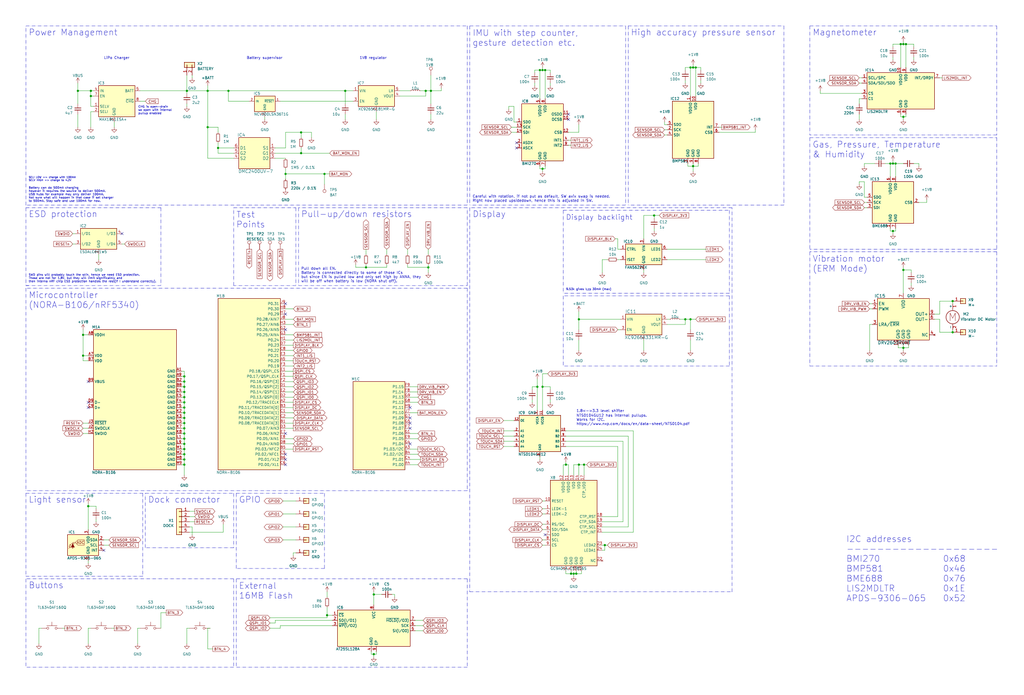
<source format=kicad_sch>
(kicad_sch (version 20230121) (generator eeschema)
  (paper "User" 500.99 340.004)
  (title_block (title "ZSWatch v2") (date "2023-10-29") (rev "4") (company "github.com/jakkra/ZSWatch-HW"))
  (junction (at 210.82 44.45))
  (junction (at 40.64 173.99))
  (junction (at 101.6 44.45))
  (junction (at 285.75 227.33))
  (junction (at 90.17 222.25))
  (junction (at 466.09 162.56))
  (junction (at 438.15 80.01))
  (junction (at 90.17 196.85))
  (junction (at 337.82 33.02))
  (junction (at 168.91 44.45))
  (junction (at 440.69 21.59))
  (junction (at 90.17 199.39))
  (junction (at 435.61 80.01))
  (junction (at 339.09 81.28))
  (junction (at 90.17 224.79))
  (junction (at 441.96 170.18))
  (junction (at 90.17 201.93))
  (junction (at 295.91 266.7))
  (junction (at 90.17 207.01))
  (junction (at 182.88 320.04))
  (junction (at 160.02 300.99))
  (junction (at 90.17 219.71))
  (junction (at 90.17 209.55))
  (junction (at 276.86 227.33))
  (junction (at 179.07 130.81))
  (junction (at 43.18 247.65))
  (junction (at 265.43 34.29))
  (junction (at 90.17 227.33))
  (junction (at 209.55 130.81))
  (junction (at 265.43 189.23))
  (junction (at 38.1 44.45))
  (junction (at 44.45 46.99))
  (junction (at 101.6 62.23))
  (junction (at 90.17 217.17))
  (junction (at 90.17 214.63))
  (junction (at 281.94 280.67))
  (junction (at 441.96 132.08))
  (junction (at 283.21 227.33))
  (junction (at 262.89 189.23))
  (junction (at 436.88 113.03))
  (junction (at 340.36 33.02))
  (junction (at 90.17 204.47))
  (junction (at 40.64 163.83))
  (junction (at 441.96 21.59))
  (junction (at 339.09 33.02))
  (junction (at 320.04 105.41))
  (junction (at 280.67 280.67))
  (junction (at 111.76 44.45))
  (junction (at 466.09 147.32))
  (junction (at 90.17 186.69))
  (junction (at 147.32 64.77))
  (junction (at 106.68 72.39))
  (junction (at 283.21 156.21))
  (junction (at 91.44 44.45))
  (junction (at 279.4 280.67))
  (junction (at 337.82 156.21))
  (junction (at 443.23 21.59))
  (junction (at 90.17 189.23))
  (junction (at 147.32 74.93))
  (junction (at 90.17 184.15))
  (junction (at 90.17 191.77))
  (junction (at 158.75 85.09))
  (junction (at 44.45 44.45))
  (junction (at 441.96 57.15))
  (junction (at 266.7 34.29))
  (junction (at 90.17 194.31))
  (junction (at 208.28 44.45))
  (junction (at 182.88 290.83))
  (junction (at 335.28 156.21))
  (junction (at 264.16 34.29))
  (junction (at 90.17 212.09))
  (junction (at 139.7 85.09))
  (junction (at 436.88 80.01))
  (junction (at 265.43 82.55))
  (no_connect (at 200.66 209.55))
  (no_connect (at 43.18 186.69))
  (no_connect (at 200.66 207.01))
  (no_connect (at 139.7 212.09))
  (no_connect (at 139.7 222.25))
  (no_connect (at 139.7 161.29))
  (no_connect (at 200.66 204.47))
  (no_connect (at 139.7 148.59))
  (no_connect (at 252.73 72.39))
  (no_connect (at 252.73 69.85))
  (no_connect (at 200.66 217.17))
  (no_connect (at 43.18 196.85))
  (no_connect (at 43.18 199.39))
  (no_connect (at 59.69 114.3))
  (no_connect (at 50.8 269.24))
  (no_connect (at 139.7 224.79))
  (no_connect (at 278.13 58.42))
  (no_connect (at 278.13 55.88))
  (no_connect (at 266.7 261.62))
  (no_connect (at 139.7 227.33))
  (no_connect (at 200.66 199.39))
  (no_connect (at 139.7 153.67))
  (polyline (pts (xy 69.85 281.94) (xy 12.7 281.94)) (stroke (width 0) (type dash_dot)))
  (wire (pts (xy 139.7 214.63) (xy 143.51 214.63)))
  (wire (pts (xy 44.45 54.61) (xy 44.45 62.23)))
  (wire (pts (xy 266.7 82.55) (xy 265.43 82.55)))
  (wire (pts (xy 68.58 44.45) (xy 91.44 44.45)))
  (polyline (pts (xy 78.74 101.6) (xy 78.74 139.7)) (stroke (width 0) (type dash_dot)))
  (polyline (pts (xy 228.6 140.97) (xy 228.6 240.03)) (stroke (width 0) (type dash_dot)))
  (polyline (pts (xy 114.3 267.97) (xy 71.12 267.97)) (stroke (width 0) (type dash_dot)))
  (wire (pts (xy 43.18 307.34) (xy 43.18 314.96)))
  (wire (pts (xy 335.28 39.37) (xy 335.28 40.64)))
  (polyline (pts (xy 487.68 66.04) (xy 396.24 66.04)) (stroke (width 0) (type dash_dot)))
  (polyline (pts (xy 114.3 139.7) (xy 114.3 101.6)) (stroke (width 0) (type dash_dot)))
  (wire (pts (xy 210.82 44.45) (xy 210.82 50.8)))
  (wire (pts (xy 265.43 248.92) (xy 266.7 248.92)))
  (wire (pts (xy 439.42 170.18) (xy 441.96 170.18)))
  (wire (pts (xy 40.64 176.53) (xy 40.64 173.99)))
  (wire (pts (xy 55.88 59.69) (xy 55.88 62.23)))
  (wire (pts (xy 139.7 196.85) (xy 143.51 196.85)))
  (polyline (pts (xy 12.7 100.33) (xy 12.7 12.7)) (stroke (width 0) (type dash_dot)))
  (wire (pts (xy 43.18 274.32) (xy 43.18 275.59)))
  (wire (pts (xy 294.64 257.81) (xy 307.34 257.81)))
  (wire (pts (xy 43.18 307.34) (xy 44.45 307.34)))
  (wire (pts (xy 436.88 80.01) (xy 438.15 80.01)))
  (wire (pts (xy 50.8 264.16) (xy 53.34 264.16)))
  (wire (pts (xy 320.04 105.41) (xy 314.96 105.41)))
  (wire (pts (xy 279.4 280.67) (xy 279.4 279.4)))
  (wire (pts (xy 457.2 153.67) (xy 459.74 153.67)))
  (polyline (pts (xy 144.78 139.7) (xy 114.3 139.7)) (stroke (width 0) (type dash_dot)))
  (wire (pts (xy 101.6 44.45) (xy 111.76 44.45)))
  (wire (pts (xy 134.62 74.93) (xy 147.32 74.93)))
  (wire (pts (xy 280.67 280.67) (xy 281.94 280.67)))
  (wire (pts (xy 90.17 184.15) (xy 88.9 184.15)))
  (wire (pts (xy 44.45 52.07) (xy 44.45 46.99)))
  (wire (pts (xy 200.66 44.45) (xy 195.58 44.45)))
  (wire (pts (xy 466.09 162.56) (xy 459.74 162.56)))
  (wire (pts (xy 93.98 257.81) (xy 93.98 261.62)))
  (wire (pts (xy 101.6 44.45) (xy 101.6 62.23)))
  (polyline (pts (xy 114.3 241.3) (xy 114.3 267.97)) (stroke (width 0) (type dash_dot)))
  (wire (pts (xy 246.38 213.36) (xy 251.46 213.36)))
  (wire (pts (xy 90.17 214.63) (xy 88.9 214.63)))
  (wire (pts (xy 182.88 320.04) (xy 184.15 320.04)))
  (wire (pts (xy 369.57 64.77) (xy 351.79 64.77)))
  (polyline (pts (xy 275.59 102.87) (xy 356.87 102.87)) (stroke (width 0) (type dash_dot)))
  (wire (pts (xy 158.75 85.09) (xy 158.75 90.17)))
  (wire (pts (xy 441.96 57.15) (xy 440.69 57.15)))
  (wire (pts (xy 139.7 85.09) (xy 158.75 85.09)))
  (wire (pts (xy 138.43 251.46) (xy 144.78 251.46)))
  (wire (pts (xy 182.88 290.83) (xy 186.69 290.83)))
  (polyline (pts (xy 358.14 289.56) (xy 358.14 101.6)) (stroke (width 0) (type dash_dot)))
  (wire (pts (xy 139.7 64.77) (xy 147.32 64.77)))
  (wire (pts (xy 90.17 191.77) (xy 90.17 194.31)))
  (wire (pts (xy 337.82 156.21) (xy 337.82 161.29)))
  (wire (pts (xy 337.82 156.21) (xy 340.36 156.21)))
  (wire (pts (xy 158.75 85.09) (xy 161.29 85.09)))
  (wire (pts (xy 276.86 218.44) (xy 302.26 218.44)))
  (wire (pts (xy 199.39 129.54) (xy 199.39 130.81)))
  (wire (pts (xy 193.04 290.83) (xy 193.04 292.1)))
  (wire (pts (xy 40.64 207.01) (xy 43.18 207.01)))
  (wire (pts (xy 265.43 259.08) (xy 266.7 259.08)))
  (wire (pts (xy 90.17 209.55) (xy 88.9 209.55)))
  (wire (pts (xy 91.44 307.34) (xy 91.44 314.96)))
  (wire (pts (xy 38.1 55.88) (xy 38.1 62.23)))
  (wire (pts (xy 438.15 113.03) (xy 436.88 113.03)))
  (wire (pts (xy 90.17 212.09) (xy 88.9 212.09)))
  (wire (pts (xy 283.21 227.33) (xy 285.75 227.33)))
  (wire (pts (xy 90.17 219.71) (xy 90.17 222.25)))
  (wire (pts (xy 109.22 256.54) (xy 109.22 260.35)))
  (wire (pts (xy 121.92 49.53) (xy 111.76 49.53)))
  (wire (pts (xy 137.16 49.53) (xy 172.72 49.53)))
  (wire (pts (xy 139.7 166.37) (xy 143.51 166.37)))
  (wire (pts (xy 335.28 156.21) (xy 337.82 156.21)))
  (wire (pts (xy 139.7 209.55) (xy 143.51 209.55)))
  (wire (pts (xy 332.74 156.21) (xy 335.28 156.21)))
  (polyline (pts (xy 306.07 100.33) (xy 229.87 100.33)) (stroke (width 0) (type dash_dot)))
  (wire (pts (xy 38.1 44.45) (xy 44.45 44.45)))
  (wire (pts (xy 266.7 34.29) (xy 269.24 34.29)))
  (wire (pts (xy 54.61 307.34) (xy 55.88 307.34)))
  (wire (pts (xy 262.89 189.23) (xy 262.89 200.66)))
  (wire (pts (xy 147.32 72.39) (xy 147.32 74.93)))
  (wire (pts (xy 139.7 151.13) (xy 143.51 151.13)))
  (wire (pts (xy 182.88 290.83) (xy 182.88 295.91)))
  (wire (pts (xy 44.45 54.61) (xy 45.72 54.61)))
  (wire (pts (xy 209.55 121.92) (xy 209.55 124.46)))
  (wire (pts (xy 46.99 248.92) (xy 46.99 247.65)))
  (wire (pts (xy 339.09 31.75) (xy 339.09 33.02)))
  (polyline (pts (xy 228.6 326.39) (xy 115.57 326.39)) (stroke (width 0) (type dash_dot)))
  (polyline (pts (xy 114.3 283.21) (xy 12.7 283.21)) (stroke (width 0) (type dash_dot)))
  (wire (pts (xy 426.72 158.75) (xy 425.45 158.75)))
  (wire (pts (xy 90.17 204.47) (xy 90.17 207.01)))
  (wire (pts (xy 326.39 60.96) (xy 325.12 60.96)))
  (wire (pts (xy 101.6 62.23) (xy 106.68 62.23)))
  (wire (pts (xy 30.48 307.34) (xy 31.75 307.34)))
  (wire (pts (xy 436.88 78.74) (xy 436.88 80.01)))
  (wire (pts (xy 314.96 105.41) (xy 314.96 116.84)))
  (wire (pts (xy 459.74 153.67) (xy 459.74 147.32)))
  (wire (pts (xy 138.43 257.81) (xy 144.78 257.81)))
  (wire (pts (xy 179.07 121.92) (xy 179.07 124.46)))
  (wire (pts (xy 283.21 166.37) (xy 283.21 171.45)))
  (polyline (pts (xy 115.57 241.3) (xy 158.75 241.3)) (stroke (width 0) (type dash_dot)))
  (wire (pts (xy 420.37 40.64) (xy 421.64 40.64)))
  (wire (pts (xy 78.74 299.72) (xy 81.28 299.72)))
  (wire (pts (xy 441.96 58.42) (xy 441.96 57.15)))
  (polyline (pts (xy 228.6 240.03) (xy 12.7 240.03)) (stroke (width 0) (type dash_dot)))
  (polyline (pts (xy 307.34 12.7) (xy 307.34 100.33)) (stroke (width 0) (type dash_dot)))
  (wire (pts (xy 440.69 21.59) (xy 441.96 21.59)))
  (wire (pts (xy 199.39 130.81) (xy 209.55 130.81)))
  (wire (pts (xy 335.28 33.02) (xy 335.28 34.29)))
  (wire (pts (xy 285.75 227.33) (xy 287.02 227.33)))
  (wire (pts (xy 443.23 21.59) (xy 447.04 21.59)))
  (polyline (pts (xy 396.24 67.31) (xy 396.24 121.92)) (stroke (width 0) (type dash_dot)))
  (wire (pts (xy 266.7 34.29) (xy 266.7 48.26)))
  (wire (pts (xy 90.17 184.15) (xy 90.17 186.69)))
  (wire (pts (xy 297.18 127) (xy 294.64 127)))
  (polyline (pts (xy 306.07 12.7) (xy 306.07 100.33)) (stroke (width 0) (type dash_dot)))
  (wire (pts (xy 160.02 289.56) (xy 160.02 292.1)))
  (wire (pts (xy 276.86 210.82) (xy 309.88 210.82)))
  (wire (pts (xy 466.09 147.32) (xy 466.09 148.59)))
  (wire (pts (xy 90.17 209.55) (xy 90.17 212.09)))
  (wire (pts (xy 143.51 270.51) (xy 144.78 270.51)))
  (wire (pts (xy 101.6 317.5) (xy 101.6 307.34)))
  (wire (pts (xy 326.39 156.21) (xy 327.66 156.21)))
  (wire (pts (xy 90.17 186.69) (xy 88.9 186.69)))
  (wire (pts (xy 191.77 290.83) (xy 193.04 290.83)))
  (wire (pts (xy 90.17 181.61) (xy 88.9 181.61)))
  (wire (pts (xy 264.16 34.29) (xy 265.43 34.29)))
  (polyline (pts (xy 228.6 140.97) (xy 12.7 140.97)) (stroke (width 0) (type dash_dot)))
  (wire (pts (xy 168.91 44.45) (xy 172.72 44.45)))
  (polyline (pts (xy 229.87 12.7) (xy 306.07 12.7)) (stroke (width 0) (type dash_dot)))
  (wire (pts (xy 246.38 215.9) (xy 251.46 215.9)))
  (polyline (pts (xy 383.54 100.33) (xy 307.34 100.33)) (stroke (width 0) (type dash_dot)))
  (wire (pts (xy 90.17 194.31) (xy 88.9 194.31)))
  (wire (pts (xy 269.24 40.64) (xy 269.24 41.91)))
  (wire (pts (xy 90.17 201.93) (xy 90.17 204.47)))
  (wire (pts (xy 281.94 280.67) (xy 281.94 279.4)))
  (wire (pts (xy 90.17 212.09) (xy 90.17 214.63)))
  (wire (pts (xy 441.96 132.08) (xy 441.96 143.51)))
  (wire (pts (xy 325.12 63.5) (xy 326.39 63.5)))
  (wire (pts (xy 278.13 227.33) (xy 278.13 232.41)))
  (wire (pts (xy 269.24 190.5) (xy 269.24 189.23)))
  (wire (pts (xy 322.58 105.41) (xy 320.04 105.41)))
  (wire (pts (xy 209.55 130.81) (xy 209.55 133.35)))
  (wire (pts (xy 449.58 99.06) (xy 453.39 99.06)))
  (wire (pts (xy 283.21 64.77) (xy 283.21 60.96)))
  (polyline (pts (xy 356.87 102.87) (xy 356.87 143.51)) (stroke (width 0) (type dash_dot)))
  (wire (pts (xy 269.24 195.58) (xy 269.24 196.85)))
  (wire (pts (xy 341.63 80.01) (xy 341.63 81.28)))
  (wire (pts (xy 139.7 82.55) (xy 139.7 85.09)))
  (polyline (pts (xy 275.59 102.87) (xy 275.59 143.51)) (stroke (width 0) (type dash_dot)))
  (wire (pts (xy 184.15 54.61) (xy 184.15 58.42)))
  (wire (pts (xy 106.68 72.39) (xy 106.68 74.93)))
  (polyline (pts (xy 12.7 139.7) (xy 13.97 139.7)) (stroke (width 0) (type dash_dot)))
  (wire (pts (xy 40.64 173.99) (xy 43.18 173.99)))
  (wire (pts (xy 337.82 33.02) (xy 337.82 46.99)))
  (wire (pts (xy 106.68 72.39) (xy 114.3 72.39)))
  (polyline (pts (xy 356.87 143.51) (xy 275.59 143.51)) (stroke (width 0) (type dash_dot)))
  (wire (pts (xy 342.9 33.02) (xy 340.36 33.02)))
  (wire (pts (xy 134.62 304.8) (xy 134.62 303.53)))
  (wire (pts (xy 436.88 21.59) (xy 440.69 21.59)))
  (wire (pts (xy 250.19 62.23) (xy 252.73 62.23)))
  (wire (pts (xy 266.7 81.28) (xy 266.7 82.55)))
  (wire (pts (xy 443.23 21.59) (xy 443.23 33.02)))
  (wire (pts (xy 326.39 158.75) (xy 335.28 158.75)))
  (wire (pts (xy 92.71 257.81) (xy 93.98 257.81)))
  (wire (pts (xy 294.64 255.27) (xy 304.8 255.27)))
  (polyline (pts (xy 487.68 123.19) (xy 396.24 123.19)) (stroke (width 0) (type dash_dot)))
  (polyline (pts (xy 396.24 123.19) (xy 396.24 179.07)) (stroke (width 0) (type dash_dot)))
  (polyline (pts (xy 228.6 100.33) (xy 12.7 100.33)) (stroke (width 0) (type dash_dot)))
  (wire (pts (xy 203.2 303.53) (xy 207.01 303.53)))
  (wire (pts (xy 92.71 307.34) (xy 91.44 307.34)))
  (wire (pts (xy 200.66 196.85) (xy 204.47 196.85)))
  (wire (pts (xy 138.43 264.16) (xy 144.78 264.16)))
  (wire (pts (xy 351.79 62.23) (xy 353.06 62.23)))
  (wire (pts (xy 200.66 224.79) (xy 205.74 224.79)))
  (wire (pts (xy 276.86 226.06) (xy 276.86 227.33)))
  (wire (pts (xy 339.09 80.01) (xy 339.09 81.28)))
  (wire (pts (xy 424.18 101.6) (xy 422.91 101.6)))
  (wire (pts (xy 132.08 304.8) (xy 134.62 304.8)))
  (wire (pts (xy 181.61 318.77) (xy 181.61 320.04)))
  (wire (pts (xy 303.53 127) (xy 302.26 127)))
  (wire (pts (xy 422.91 88.9) (xy 422.91 96.52)))
  (wire (pts (xy 337.82 33.02) (xy 335.28 33.02)))
  (wire (pts (xy 60.96 119.38) (xy 59.69 119.38)))
  (wire (pts (xy 46.99 254) (xy 46.99 255.27)))
  (wire (pts (xy 101.6 41.91) (xy 101.6 44.45)))
  (wire (pts (xy 441.96 21.59) (xy 443.23 21.59)))
  (wire (pts (xy 314.96 166.37) (xy 314.96 171.45)))
  (wire (pts (xy 200.66 214.63) (xy 204.47 214.63)))
  (wire (pts (xy 422.91 80.01) (xy 422.91 81.28)))
  (polyline (pts (xy 229.87 101.6) (xy 229.87 289.56)) (stroke (width 0) (type dash_dot)))
  (wire (pts (xy 95.25 252.73) (xy 92.71 252.73)))
  (wire (pts (xy 200.66 189.23) (xy 204.47 189.23)))
  (wire (pts (xy 90.17 191.77) (xy 88.9 191.77)))
  (wire (pts (xy 152.4 64.77) (xy 147.32 64.77)))
  (wire (pts (xy 44.45 52.07) (xy 45.72 52.07)))
  (wire (pts (xy 422.91 99.06) (xy 424.18 99.06)))
  (wire (pts (xy 90.17 224.79) (xy 90.17 227.33)))
  (wire (pts (xy 440.69 21.59) (xy 440.69 33.02)))
  (wire (pts (xy 137.16 306.07) (xy 162.56 306.07)))
  (wire (pts (xy 340.36 33.02) (xy 340.36 46.99)))
  (wire (pts (xy 248.92 52.07) (xy 248.92 53.34)))
  (polyline (pts (xy 115.57 278.13) (xy 115.57 241.3)) (stroke (width 0) (type dash_dot)))
  (wire (pts (xy 326.39 66.04) (xy 325.12 66.04)))
  (wire (pts (xy 134.62 303.53) (xy 162.56 303.53)))
  (polyline (pts (xy 487.68 12.7) (xy 487.68 66.04)) (stroke (width 0) (type dash_dot)))
  (wire (pts (xy 215.9 44.45) (xy 215.9 43.18)))
  (polyline (pts (xy 228.6 283.21) (xy 115.57 283.21)) (stroke (width 0) (type dash_dot)))
  (wire (pts (xy 200.66 222.25) (xy 204.47 222.25)))
  (polyline (pts (xy 229.87 289.56) (xy 358.14 289.56)) (stroke (width 0) (type dash_dot)))
  (wire (pts (xy 314.96 132.08) (xy 314.96 133.35)))
  (wire (pts (xy 250.19 64.77) (xy 252.73 64.77)))
  (wire (pts (xy 129.54 57.15) (xy 129.54 58.42)))
  (wire (pts (xy 139.7 207.01) (xy 143.51 207.01)))
  (wire (pts (xy 91.44 45.72) (xy 91.44 44.45)))
  (polyline (pts (xy 12.7 101.6) (xy 12.7 139.7)) (stroke (width 0) (type dash_dot)))
  (wire (pts (xy 195.58 46.99) (xy 208.28 46.99)))
  (polyline (pts (xy 307.34 12.7) (xy 383.54 12.7)) (stroke (width 0) (type dash_dot)))
  (wire (pts (xy 90.17 199.39) (xy 88.9 199.39)))
  (wire (pts (xy 139.7 199.39) (xy 143.51 199.39)))
  (wire (pts (xy 276.86 213.36) (xy 307.34 213.36)))
  (wire (pts (xy 445.77 132.08) (xy 445.77 133.35)))
  (polyline (pts (xy 71.12 241.3) (xy 114.3 241.3)) (stroke (width 0) (type dash_dot)))
  (wire (pts (xy 436.88 22.86) (xy 436.88 21.59)))
  (wire (pts (xy 179.07 129.54) (xy 179.07 130.81)))
  (polyline (pts (xy 114.3 101.6) (xy 144.78 101.6)) (stroke (width 0) (type dash_dot)))
  (wire (pts (xy 101.6 77.47) (xy 114.3 77.47)))
  (wire (pts (xy 435.61 113.03) (xy 436.88 113.03)))
  (wire (pts (xy 269.24 34.29) (xy 269.24 35.56)))
  (wire (pts (xy 95.25 255.27) (xy 92.71 255.27)))
  (polyline (pts (xy 158.75 241.3) (xy 158.75 278.13)) (stroke (width 0) (type dash_dot)))
  (wire (pts (xy 139.7 201.93) (xy 143.51 201.93)))
  (wire (pts (xy 200.66 191.77) (xy 204.47 191.77)))
  (wire (pts (xy 90.17 201.93) (xy 88.9 201.93)))
  (wire (pts (xy 43.18 246.38) (xy 43.18 247.65)))
  (polyline (pts (xy 487.68 121.92) (xy 396.24 121.92)) (stroke (width 0) (type dash_dot)))
  (polyline (pts (xy 114.3 326.39) (xy 12.7 326.39)) (stroke (width 0) (type dash_dot)))
  (wire (pts (xy 40.64 212.09) (xy 43.18 212.09)))
  (polyline (pts (xy 487.68 67.31) (xy 487.68 121.92)) (stroke (width 0) (type dash_dot)))
  (wire (pts (xy 90.17 194.31) (xy 90.17 196.85)))
  (wire (pts (xy 265.43 189.23) (xy 265.43 200.66)))
  (wire (pts (xy 106.68 74.93) (xy 114.3 74.93)))
  (wire (pts (xy 168.91 50.8) (xy 168.91 44.45)))
  (wire (pts (xy 339.09 81.28) (xy 336.55 81.28)))
  (wire (pts (xy 139.7 191.77) (xy 143.51 191.77)))
  (wire (pts (xy 309.88 210.82) (xy 309.88 260.35)))
  (polyline (pts (xy 71.12 267.97) (xy 71.12 241.3)) (stroke (width 0) (type dash_dot)))
  (wire (pts (xy 264.16 223.52) (xy 264.16 224.79)))
  (wire (pts (xy 251.46 59.69) (xy 251.46 52.07)))
  (wire (pts (xy 439.42 168.91) (xy 439.42 170.18)))
  (polyline (pts (xy 228.6 139.7) (xy 228.6 101.6)) (stroke (width 0) (type dash_dot)))
  (wire (pts (xy 111.76 44.45) (xy 168.91 44.45)))
  (polyline (pts (xy 228.6 101.6) (xy 146.05 101.6)) (stroke (width 0) (type dash_dot)))
  (wire (pts (xy 252.73 59.69) (xy 251.46 59.69)))
  (wire (pts (xy 139.7 194.31) (xy 143.51 194.31)))
  (wire (pts (xy 441.96 20.32) (xy 441.96 21.59)))
  (wire (pts (xy 267.97 182.88) (xy 265.43 182.88)))
  (wire (pts (xy 40.64 173.99) (xy 40.64 163.83)))
  (wire (pts (xy 132.08 307.34) (xy 137.16 307.34)))
  (wire (pts (xy 251.46 52.07) (xy 248.92 52.07)))
  (wire (pts (xy 441.96 57.15) (xy 443.23 57.15)))
  (wire (pts (xy 265.43 256.54) (xy 266.7 256.54)))
  (wire (pts (xy 189.23 130.81) (xy 179.07 130.81)))
  (wire (pts (xy 44.45 44.45) (xy 45.72 44.45)))
  (wire (pts (xy 44.45 46.99) (xy 45.72 46.99)))
  (wire (pts (xy 134.62 77.47) (xy 139.7 77.47)))
  (wire (pts (xy 279.4 68.58) (xy 278.13 68.58)))
  (wire (pts (xy 90.17 227.33) (xy 90.17 232.41)))
  (wire (pts (xy 139.7 204.47) (xy 143.51 204.47)))
  (wire (pts (xy 436.88 113.03) (xy 436.88 114.3)))
  (wire (pts (xy 139.7 173.99) (xy 143.51 173.99)))
  (wire (pts (xy 265.43 264.16) (xy 266.7 264.16)))
  (wire (pts (xy 401.32 44.45) (xy 401.32 45.72)))
  (wire (pts (xy 43.18 176.53) (xy 40.64 176.53)))
  (wire (pts (xy 278.13 71.12) (xy 279.4 71.12)))
  (polyline (pts (xy 12.7 140.97) (xy 12.7 240.03)) (stroke (width 0) (type dash_dot)))
  (wire (pts (xy 246.38 218.44) (xy 251.46 218.44)))
  (polyline (pts (xy 356.87 144.78) (xy 275.59 144.78)) (stroke (width 0) (type dash_dot)))
  (wire (pts (xy 200.66 227.33) (xy 204.47 227.33)))
  (wire (pts (xy 302.26 121.92) (xy 302.26 116.84)))
  (polyline (pts (xy 12.7 101.6) (xy 78.74 101.6)) (stroke (width 0) (type dash_dot)))
  (wire (pts (xy 200.66 212.09) (xy 204.47 212.09)))
  (wire (pts (xy 182.88 320.04) (xy 182.88 321.31)))
  (wire (pts (xy 20.32 307.34) (xy 19.05 307.34)))
  (polyline (pts (xy 396.24 12.7) (xy 396.24 66.04)) (stroke (width 0) (type dash_dot)))
  (wire (pts (xy 179.07 130.81) (xy 173.99 130.81)))
  (wire (pts (xy 90.17 186.69) (xy 90.17 189.23)))
  (wire (pts (xy 436.88 27.94) (xy 436.88 29.21)))
  (wire (pts (xy 420.37 88.9) (xy 422.91 88.9)))
  (wire (pts (xy 139.7 163.83) (xy 143.51 163.83)))
  (wire (pts (xy 278.13 227.33) (xy 276.86 227.33)))
  (wire (pts (xy 280.67 232.41) (xy 280.67 227.33)))
  (wire (pts (xy 40.64 161.29) (xy 40.64 163.83)))
  (wire (pts (xy 436.88 80.01) (xy 435.61 80.01)))
  (wire (pts (xy 425.45 158.75) (xy 425.45 171.45)))
  (wire (pts (xy 265.43 182.88) (xy 265.43 189.23)))
  (wire (pts (xy 303.53 121.92) (xy 302.26 121.92)))
  (wire (pts (xy 139.7 181.61) (xy 143.51 181.61)))
  (wire (pts (xy 143.51 270.51) (xy 143.51 271.78)))
  (wire (pts (xy 200.66 201.93) (xy 204.47 201.93)))
  (wire (pts (xy 90.17 219.71) (xy 88.9 219.71)))
  (wire (pts (xy 295.91 266.7) (xy 297.18 266.7)))
  (wire (pts (xy 459.74 156.21) (xy 459.74 162.56)))
  (polyline (pts (xy 356.87 179.07) (xy 275.59 179.07)) (stroke (width 0) (type dash_dot)))
  (wire (pts (xy 111.76 44.45) (xy 111.76 49.53)))
  (wire (pts (xy 152.4 67.31) (xy 152.4 64.77)))
  (wire (pts (xy 265.43 245.11) (xy 266.7 245.11)))
  (wire (pts (xy 101.6 317.5) (xy 104.14 317.5)))
  (wire (pts (xy 90.17 222.25) (xy 88.9 222.25)))
  (wire (pts (xy 307.34 213.36) (xy 307.34 257.81)))
  (wire (pts (xy 203.2 306.07) (xy 207.01 306.07)))
  (wire (pts (xy 269.24 189.23) (xy 265.43 189.23)))
  (wire (pts (xy 91.44 44.45) (xy 91.44 36.83)))
  (wire (pts (xy 320.04 111.76) (xy 320.04 113.03)))
  (polyline (pts (xy 228.6 283.21) (xy 228.6 326.39)) (stroke (width 0) (type dash_dot)))
  (wire (pts (xy 276.86 279.4) (xy 276.86 280.67)))
  (wire (pts (xy 181.61 320.04) (xy 182.88 320.04)))
  (wire (pts (xy 280.67 280.67) (xy 280.67 281.94)))
  (wire (pts (xy 276.86 215.9) (xy 304.8 215.9)))
  (wire (pts (xy 444.5 168.91) (xy 444.5 170.18)))
  (wire (pts (xy 189.23 129.54) (xy 189.23 130.81)))
  (wire (pts (xy 283.21 156.21) (xy 283.21 161.29)))
  (polyline (pts (xy 356.87 144.78) (xy 356.87 179.07)) (stroke (width 0) (type dash_dot)))
  (polyline (pts (xy 144.78 101.6) (xy 144.78 139.7)) (stroke (width 0) (type dash_dot)))
  (polyline (pts (xy 487.68 123.19) (xy 487.68 179.07)) (stroke (width 0) (type dash_dot)))
  (wire (pts (xy 260.35 189.23) (xy 262.89 189.23)))
  (polyline (pts (xy 358.14 101.6) (xy 229.87 101.6)) (stroke (width 0) (type dash_dot)))
  (wire (pts (xy 294.64 127) (xy 294.64 133.35)))
  (wire (pts (xy 294.64 252.73) (xy 302.26 252.73)))
  (wire (pts (xy 209.55 129.54) (xy 209.55 130.81)))
  (wire (pts (xy 278.13 64.77) (xy 283.21 64.77)))
  (wire (pts (xy 325.12 60.96) (xy 325.12 59.69)))
  (wire (pts (xy 326.39 127) (xy 345.44 127)))
  (wire (pts (xy 279.4 280.67) (xy 280.67 280.67)))
  (wire (pts (xy 444.5 170.18) (xy 441.96 170.18)))
  (wire (pts (xy 182.88 290.83) (xy 182.88 289.56)))
  (wire (pts (xy 44.45 44.45) (xy 44.45 46.99)))
  (wire (pts (xy 421.64 45.72) (xy 401.32 45.72)))
  (wire (pts (xy 210.82 55.88) (xy 210.82 58.42)))
  (wire (pts (xy 90.17 181.61) (xy 90.17 184.15)))
  (polyline (pts (xy 12.7 12.7) (xy 228.6 12.7)) (stroke (width 0) (type dash_dot)))
  (wire (pts (xy 284.48 280.67) (xy 284.48 279.4)))
  (wire (pts (xy 93.98 36.83) (xy 93.98 38.1)))
  (wire (pts (xy 246.38 210.82) (xy 251.46 210.82)))
  (wire (pts (xy 283.21 227.33) (xy 283.21 232.41)))
  (wire (pts (xy 43.18 247.65) (xy 46.99 247.65)))
  (wire (pts (xy 339.09 81.28) (xy 339.09 83.82)))
  (wire (pts (xy 91.44 44.45) (xy 101.6 44.45)))
  (polyline (pts (xy 146.05 139.7) (xy 228.6 139.7)) (stroke (width 0) (type dash_dot)))
  (wire (pts (xy 441.96 170.18) (xy 441.96 168.91)))
  (wire (pts (xy 90.17 189.23) (xy 88.9 189.23)))
  (wire (pts (xy 139.7 168.91) (xy 143.51 168.91)))
  (wire (pts (xy 139.7 85.09) (xy 139.7 87.63)))
  (wire (pts (xy 173.99 130.81) (xy 173.99 129.54)))
  (wire (pts (xy 443.23 57.15) (xy 443.23 55.88)))
  (wire (pts (xy 38.1 44.45) (xy 38.1 50.8)))
  (wire (pts (xy 294.64 269.24) (xy 295.91 269.24)))
  (wire (pts (xy 335.28 158.75) (xy 335.28 156.21)))
  (wire (pts (xy 139.7 158.75) (xy 143.51 158.75)))
  (wire (pts (xy 160.02 297.18) (xy 160.02 300.99)))
  (polyline (pts (xy 69.85 241.3) (xy 69.85 281.94)) (stroke (width 0) (type dash_dot)))
  (wire (pts (xy 337.82 33.02) (xy 339.09 33.02)))
  (wire (pts (xy 294.64 260.35) (xy 309.88 260.35)))
  (polyline (pts (xy 383.54 12.7) (xy 383.54 100.33)) (stroke (width 0) (type dash_dot)))
  (polyline (pts (xy 396.24 67.31) (xy 487.68 67.31)) (stroke (width 0) (type dash_dot)))
  (wire (pts (xy 427.99 80.01) (xy 422.91 80.01)))
  (wire (pts (xy 36.83 119.38) (xy 35.56 119.38)))
  (wire (pts (xy 261.62 34.29) (xy 261.62 35.56)))
  (polyline (pts (xy 396.24 179.07) (xy 487.68 179.07)) (stroke (width 0) (type dash_dot)))
  (wire (pts (xy 90.17 196.85) (xy 90.17 199.39)))
  (wire (pts (xy 189.23 121.92) (xy 189.23 124.46)))
  (wire (pts (xy 294.64 266.7) (xy 295.91 266.7)))
  (wire (pts (xy 265.43 34.29) (xy 266.7 34.29)))
  (wire (pts (xy 441.96 132.08) (xy 445.77 132.08)))
  (polyline (pts (xy 229.87 12.7) (xy 229.87 100.33)) (stroke (width 0) (type dash_dot)))
  (wire (pts (xy 433.07 80.01) (xy 435.61 80.01)))
  (wire (pts (xy 71.12 49.53) (xy 68.58 49.53)))
  (wire (pts (xy 420.37 50.8) (xy 420.37 48.26)))
  (wire (pts (xy 276.86 227.33) (xy 275.59 227.33)))
  (wire (pts (xy 134.62 72.39) (xy 139.7 72.39)))
  (wire (pts (xy 320.04 105.41) (xy 320.04 106.68)))
  (wire (pts (xy 67.31 307.34) (xy 68.58 307.34)))
  (polyline (pts (xy 115.57 283.21) (xy 115.57 326.39)) (stroke (width 0) (type dash_dot)))
  (polyline (pts (xy 396.24 12.7) (xy 487.68 12.7)) (stroke (width 0) (type dash_dot)))
  (polyline (pts (xy 12.7 241.3) (xy 12.7 281.94)) (stroke (width 0) (type dash_dot)))
  (wire (pts (xy 275.59 227.33) (xy 275.59 232.41)))
  (wire (pts (xy 466.09 161.29) (xy 466.09 162.56)))
  (wire (pts (xy 459.74 147.32) (xy 466.09 147.32)))
  (wire (pts (xy 342.9 39.37) (xy 342.9 40.64)))
  (wire (pts (xy 50.8 266.7) (xy 53.34 266.7)))
  (wire (pts (xy 92.71 260.35) (xy 109.22 260.35)))
  (polyline (pts (xy 275.59 144.78) (xy 275.59 179.07)) (stroke (width 0) (type dash_dot)))
  (wire (pts (xy 262.89 185.42) (xy 262.89 189.23)))
  (wire (pts (xy 435.61 80.01) (xy 435.61 86.36)))
  (wire (pts (xy 40.64 163.83) (xy 43.18 163.83)))
  (wire (pts (xy 440.69 55.88) (xy 440.69 57.15)))
  (wire (pts (xy 276.86 280.67) (xy 279.4 280.67)))
  (wire (pts (xy 441.96 170.18) (xy 441.96 171.45)))
  (wire (pts (xy 168.91 55.88) (xy 168.91 58.42)))
  (wire (pts (xy 342.9 33.02) (xy 342.9 34.29)))
  (wire (pts (xy 147.32 67.31) (xy 147.32 64.77)))
  (wire (pts (xy 160.02 302.26) (xy 160.02 300.99)))
  (wire (pts (xy 438.15 80.01) (xy 441.96 80.01)))
  (wire (pts (xy 369.57 63.5) (xy 369.57 64.77)))
  (wire (pts (xy 106.68 62.23) (xy 106.68 64.77)))
  (wire (pts (xy 302.26 161.29) (xy 303.53 161.29)))
  (wire (pts (xy 210.82 44.45) (xy 215.9 44.45)))
  (polyline (pts (xy 146.05 101.6) (xy 146.05 139.7)) (stroke (width 0) (type dash_dot)))
  (wire (pts (xy 48.26 124.46) (xy 48.26 127)))
  (wire (pts (xy 337.82 166.37) (xy 337.82 171.45)))
  (wire (pts (xy 261.62 40.64) (xy 261.62 41.91)))
  (wire (pts (xy 265.43 82.55) (xy 265.43 83.82)))
  (wire (pts (xy 35.56 114.3) (xy 36.83 114.3)))
  (wire (pts (xy 95.25 250.19) (xy 92.71 250.19)))
  (polyline (pts (xy 158.75 278.13) (xy 115.57 278.13)) (stroke (width 0) (type dash_dot)))
  (wire (pts (xy 90.17 217.17) (xy 88.9 217.17)))
  (wire (pts (xy 246.38 205.74) (xy 251.46 205.74)))
  (wire (pts (xy 78.74 299.72) (xy 78.74 307.34)))
  (polyline (pts (xy 114.3 283.21) (xy 114.3 326.39)) (stroke (width 0) (type dash_dot)))
  (polyline (pts (xy 12.7 241.3) (xy 69.85 241.3)) (stroke (width 0) (type dash_dot)))
  (wire (pts (xy 137.16 307.34) (xy 137.16 306.07)))
  (wire (pts (xy 326.39 121.92) (xy 345.44 121.92)))
  (wire (pts (xy 90.17 224.79) (xy 88.9 224.79)))
  (wire (pts (xy 139.7 217.17) (xy 143.51 217.17)))
  (wire (pts (xy 265.43 33.02) (xy 265.43 34.29)))
  (wire (pts (xy 445.77 138.43) (xy 445.77 139.7)))
  (wire (pts (xy 283.21 156.21) (xy 303.53 156.21)))
  (wire (pts (xy 200.66 219.71) (xy 204.47 219.71)))
  (wire (pts (xy 139.7 171.45) (xy 143.51 171.45)))
  (wire (pts (xy 341.63 81.28) (xy 339.09 81.28)))
  (wire (pts (xy 280.67 227.33) (xy 283.21 227.33)))
  (wire (pts (xy 438.15 80.01) (xy 438.15 86.36)))
  (wire (pts (xy 90.17 199.39) (xy 90.17 201.93)))
  (wire (pts (xy 264.16 82.55) (xy 265.43 82.55)))
  (wire (pts (xy 90.17 207.01) (xy 90.17 209.55)))
  (wire (pts (xy 90.17 204.47) (xy 88.9 204.47)))
  (wire (pts (xy 264.16 34.29) (xy 261.62 34.29)))
  (wire (pts (xy 453.39 99.06) (xy 453.39 97.79)))
  (wire (pts (xy 264.16 48.26) (xy 264.16 34.29)))
  (wire (pts (xy 459.74 38.1) (xy 461.01 38.1)))
  (wire (pts (xy 90.17 189.23) (xy 90.17 191.77)))
  (wire (pts (xy 90.17 196.85) (xy 88.9 196.85)))
  (wire (pts (xy 447.04 21.59) (xy 447.04 22.86)))
  (wire (pts (xy 139.7 156.21) (xy 143.51 156.21)))
  (wire (pts (xy 449.58 81.28) (xy 449.58 80.01)))
  (wire (pts (xy 38.1 40.64) (xy 38.1 44.45)))
  (polyline (pts (xy 12.7 283.21) (xy 12.7 326.39)) (stroke (width 0) (type dash_dot)))
  (wire (pts (xy 91.44 50.8) (xy 91.44 52.07)))
  (wire (pts (xy 147.32 74.93) (xy 161.29 74.93)))
  (wire (pts (xy 90.17 222.25) (xy 90.17 224.79)))
  (wire (pts (xy 40.64 209.55) (xy 43.18 209.55)))
  (wire (pts (xy 302.26 218.44) (xy 302.26 252.73)))
  (wire (pts (xy 420.37 90.17) (xy 420.37 88.9)))
  (wire (pts (xy 285.75 227.33) (xy 285.75 232.41)))
  (wire (pts (xy 139.7 219.71) (xy 143.51 219.71)))
  (wire (pts (xy 447.04 80.01) (xy 449.58 80.01)))
  (wire (pts (xy 441.96 130.81) (xy 441.96 132.08)))
  (wire (pts (xy 300.99 116.84) (xy 302.26 116.84)))
  (wire (pts (xy 339.09 33.02) (xy 340.36 33.02)))
  (wire (pts (xy 265.43 266.7) (xy 266.7 266.7)))
  (wire (pts (xy 101.6 62.23) (xy 101.6 77.47)))
  (wire (pts (xy 184.15 318.77) (xy 184.15 320.04)))
  (wire (pts (xy 422.91 96.52) (xy 424.18 96.52)))
  (polyline (pts (xy 78.74 139.7) (xy 12.7 139.7)) (stroke (width 0) (type dash_dot)))
  (wire (pts (xy 435.61 111.76) (xy 435.61 113.03)))
  (wire (pts (xy 139.7 189.23) (xy 143.51 189.23)))
  (wire (pts (xy 425.45 148.59) (xy 426.72 148.59)))
  (wire (pts (xy 438.15 111.76) (xy 438.15 113.03)))
  (wire (pts (xy 447.04 29.21) (xy 447.04 27.94)))
  (wire (pts (xy 139.7 179.07) (xy 143.51 179.07)))
  (polyline (pts (xy 228.6 12.7) (xy 228.6 100.33)) (stroke (width 0) (type dash_dot)))
  (wire (pts (xy 208.28 46.99) (xy 208.28 44.45)))
  (wire (pts (xy 281.94 280.67) (xy 284.48 280.67)))
  (wire (pts (xy 203.2 308.61) (xy 207.01 308.61)))
  (wire (pts (xy 160.02 300.99) (xy 162.56 300.99)))
  (wire (pts (xy 90.17 214.63) (xy 90.17 217.17)))
  (wire (pts (xy 420.37 48.26) (xy 421.64 48.26)))
  (wire (pts (xy 139.7 176.53) (xy 143.51 176.53)))
  (wire (pts (xy 43.18 247.65) (xy 43.18 259.08)))
  (wire (pts (xy 264.16 81.28) (xy 264.16 82.55)))
  (wire (pts (xy 90.17 217.17) (xy 90.17 219.71)))
  (wire (pts (xy 260.35 190.5) (xy 260.35 189.23)))
  (wire (pts (xy 101.6 307.34) (xy 102.87 307.34)))
  (wire (pts (xy 67.31 307.34) (xy 67.31 314.96)))
  (wire (pts (xy 210.82 36.83) (xy 210.82 44.45)))
  (wire (pts (xy 139.7 64.77) (xy 139.7 72.39)))
  (wire (pts (xy 139.7 184.15) (xy 143.51 184.15)))
  (wire (pts (xy 139.7 186.69) (xy 143.51 186.69)))
  (wire (pts (xy 420.37 38.1) (xy 421.64 38.1)))
  (wire (pts (xy 208.28 44.45) (xy 210.82 44.45)))
  (wire (pts (xy 295.91 269.24) (xy 295.91 266.7)))
  (wire (pts (xy 132.08 302.26) (xy 160.02 302.26)))
  (wire (pts (xy 106.68 69.85) (xy 106.68 72.39)))
  (wire (pts (xy 425.45 151.13) (xy 426.72 151.13)))
  (wire (pts (xy 336.55 80.01) (xy 336.55 81.28)))
  (wire (pts (xy 457.2 156.21) (xy 459.74 156.21)))
  (wire (pts (xy 265.43 251.46) (xy 266.7 251.46)))
  (wire (pts (xy 199.39 121.92) (xy 199.39 124.46)))
  (wire (pts (xy 90.17 227.33) (xy 88.9 227.33)))
  (wire (pts (xy 304.8 215.9) (xy 304.8 255.27)))
  (wire (pts (xy 205.74 44.45) (xy 208.28 44.45)))
  (wire (pts (xy 19.05 307.34) (xy 19.05 314.96)))
  (wire (pts (xy 260.35 195.58) (xy 260.35 196.85)))
  (wire (pts (xy 420.37 55.88) (xy 420.37 58.42)))
  (wire (pts (xy 138.43 245.11) (xy 144.78 245.11)))
  (wire (pts (xy 90.17 207.01) (xy 88.9 207.01)))
  (wire (pts (xy 283.21 152.4) (xy 283.21 156.21)))
  (wire (pts (xy 200.66 194.31) (xy 204.47 194.31)))
  (text "Test\nPoints\n" (at 115.57 111.76 0) (effects (font (size 3 3)) (justify left bottom)))
  (text "Display backlight" (at 276.86 107.95 0) (effects (font (size 2.5 2.5)) (justify left bottom)))
  (text "Battery can do 500mA charging\nhowever it requires the source to deliver 500mA.\nUSB hubs for example may only deliver 100mA.\nNot sure what will happen in that case if set charger\nto 500mA. Stay safe and use 100mA for now." (at 13.97 99.06 0) (effects (font (size 1 1)) (justify left bottom)))
  (text "1.8<->3.3 level shifter" (at 281.94 201.93 0) (effects (font (size 1.27 1.27)) (justify left bottom)))
  (text "Gas, Pressure, Temperature\n& Humidity" (at 397.51 77.47 0) (effects (font (size 3 3)) (justify left bottom)))
  (text "High accuracy pressure sensor" (at 308.61 17.78 0) (effects (font (size 3 3)) (justify left bottom)))
  (text "Pull-up/down resistors" (at 147.32 106.68 0) (effects (font (size 3 3)) (justify left bottom)))
  (text "Power Management" (at 13.97 17.78 0) (effects (font (size 3 3)) (justify left bottom)))
  (text "SELI LOW => charge with 100mA\nSELV HIGH => charge to 4.2V" (at 13.97 88.9 0) (effects (font (size 0.9 0.9)) (justify left bottom)))
  (text "Battery supervisor" (at 120.65 29.21 0) (effects (font (size 1.27 1.27)) (justify left bottom)))
  (text "NTS0104GU12 has internal pullups.\nWorks for I2C.\nhttps://www.nxp.com/docs/en/data-sheet/NTS0104.pdf" (at 281.94 208.28 0) (effects (font (size 1.27 1.27)) (justify left bottom)))
  (text "I2C addresses\n--------------------\nBMI270			0x68\nBMP581			0x46\nBME688			0x76\nLIS2MDLTR		0x1E\nAPDS-9306-065	0x52" (at 414.02 294.64 0) (effects (font (size 3 3)) (justify left bottom)))
  (text "Buttons" (at 13.97 288.29 0) (effects (font (size 3 3)) (justify left bottom)))
  (text "Microcontroller\n(NORA-B106/nRF5340)" (at 13.97 151.13 0) (effects (font (size 3 3)) (justify left bottom)))
  (text "Dock connector" (at 72.39 246.38 0) (effects (font (size 3 3)) (justify left bottom)))
  (text "GPIO" (at 116.84 246.38 0) (effects (font (size 3 3)) (justify left bottom)))
  (text "CHG is open-drain\nso open with internal\npullup enabled" (at 67.6123 56.1823 0) (effects (font (size 1 1)) (justify left bottom)))
  (text "9.53k gives I_{LED} 30mA (max)" (at 276.86 142.24 0) (effects (font (size 1 1)) (justify left bottom)))
  (text "Light sensor" (at 13.97 246.38 0) (effects (font (size 3 3)) (justify left bottom)))
  (text "Magnetometer" (at 397.51 17.78 0) (effects (font (size 3 3)) (justify left bottom)))
  (text "SWD pins will probably touch the skin, hence we need ESD protection.\nThose are not for 1.8V, but they will limit significatnly and\nthen interna nRF chip ESD protection handles the rest(if I understand correctly)." (at 13.97 138.43 0) (effects (font (size 1 1)) (justify left bottom)))
  (text "Pull down all EN.\nBattery is connected directly to some of those ICs\nbut since EN is pulled low and only set high by ANNA, they\nwill be off when battery is low (NORA shut off)." (at 147.32 138.43 0) (effects (font (size 1.27 1.27)) (justify left bottom)))
  (text "Careful with rotation, if not put as default, SW axix swap is needed.\nRight now placed upsidedown, hence this is adjusted in SW." (at 231.14 99.06 0) (effects (font (size 1.27 1.27)) (justify left bottom)))
  (text "IMU with step counter,\ngesture detection etc." (at 231.14 22.86 0) (effects (font (size 3 3)) (justify left bottom)))
  (text "LiPo Charger" (at 50.8 29.21 0) (effects (font (size 1.27 1.27)) (justify left bottom)))
  (text "External\n16MB Flash" (at 116.84 293.37 0) (effects (font (size 3 3)) (justify left bottom)))
  (text "ESD protection" (at 13.97 106.68 0) (effects (font (size 3 3)) (justify left bottom)))
  (text "Vibration motor\n(ERM Mode)" (at 397.51 133.35 0) (effects (font (size 3 3)) (justify left bottom)))
  (text "Display" (at 231.14 106.68 0) (effects (font (size 3 3)) (justify left bottom)))
  (text "1V8 regulator" (at 175.895 29.21 0) (effects (font (size 1.27 1.27)) (justify left bottom)))
  (global_label "DRV_VIB_EN" (shape output) (at 204.47 191.77 0) (property "Intersheetrefs" "${INTERSHEET_REFS}" (effects hide)))
  (global_label "SENSOR_SDA" (shape bidirectional) (at 325.12 66.04 180) (property "Intersheetrefs" "${INTERSHEET_REFS}" (effects hide)))
  (global_label "BTN_2" (shape input) (at 143.51 151.13 0) (property "Intersheetrefs" "${INTERSHEET_REFS}" (effects hide)))
  (global_label "DISPLAY_EN" (shape output) (at 205.74 224.79 0) (property "Intersheetrefs" "${INTERSHEET_REFS}" (effects hide)))
  (global_label "RESETn" (shape input) (at 40.64 207.01 180) (property "Intersheetrefs" "${INTERSHEET_REFS}" (effects hide)))
  (global_label "DISPLAY_RST" (shape output) (at 143.51 219.71 0) (property "Intersheetrefs" "${INTERSHEET_REFS}" (effects hide)))
  (global_label "SENSOR_SDA" (shape bidirectional) (at 189.23 121.92 90) (property "Intersheetrefs" "${INTERSHEET_REFS}" (effects hide)))
  (global_label "DISPLAY_DATA" (shape bidirectional) (at 265.43 259.08 180) (property "Intersheetrefs" "${INTERSHEET_REFS}" (effects hide)))
  (global_label "RESETn" (shape output) (at 95.25 255.27 0) (property "Intersheetrefs" "${INTERSHEET_REFS}" (effects hide)))
  (global_label "QSPI_IO3" (shape bidirectional) (at 143.51 186.69 0) (property "Intersheetrefs" "${INTERSHEET_REFS}" (effects hide)))
  (global_label "GPIO1" (shape bidirectional) (at 143.51 217.17 0) (property "Intersheetrefs" "${INTERSHEET_REFS}" (effects hide)))
  (global_label "SENSOR_SCL" (shape input) (at 250.19 62.23 180) (property "Intersheetrefs" "${INTERSHEET_REFS}" (effects hide)))
  (global_label "QSPI_CLK" (shape output) (at 143.51 184.15 0) (property "Intersheetrefs" "${INTERSHEET_REFS}" (effects hide)))
  (global_label "DISPLAY_3V3" (shape input) (at 287.02 227.33 0) (property "Intersheetrefs" "${INTERSHEET_REFS}" (effects hide)))
  (global_label "QSPI_IO2" (shape bidirectional) (at 132.08 307.34 180) (property "Intersheetrefs" "${INTERSHEET_REFS}" (effects hide)))
  (global_label "DISPLAY_3V3" (shape input) (at 267.97 182.88 0) (property "Intersheetrefs" "${INTERSHEET_REFS}" (effects hide)))
  (global_label "SENSOR_SDA" (shape bidirectional) (at 53.34 264.16 0) (property "Intersheetrefs" "${INTERSHEET_REFS}" (effects hide)))
  (global_label "QSPI_IO0" (shape bidirectional) (at 143.51 194.31 0) (property "Intersheetrefs" "${INTERSHEET_REFS}" (effects hide)))
  (global_label "INT2_LIS" (shape input) (at 143.51 179.07 0) (property "Intersheetrefs" "${INTERSHEET_REFS}" (effects hide)))
  (global_label "SENSOR_SCL" (shape input) (at 420.37 38.1 180) (property "Intersheetrefs" "${INTERSHEET_REFS}" (effects hide)))
  (global_label "DISPLAY_CS" (shape output) (at 143.51 196.85 0) (property "Intersheetrefs" "${INTERSHEET_REFS}" (effects hide)))
  (global_label "DISPLAY_DATA" (shape bidirectional) (at 143.51 204.47 0) (property "Intersheetrefs" "${INTERSHEET_REFS}" (effects hide)))
  (global_label "DISPLAY_EN" (shape input) (at 199.39 121.92 90) (property "Intersheetrefs" "${INTERSHEET_REFS}" (effects hide)))
  (global_label "QSPI_IO3" (shape bidirectional) (at 207.01 303.53 0) (property "Intersheetrefs" "${INTERSHEET_REFS}" (effects hide)))
  (global_label "DISPLAY_BLK" (shape output) (at 143.51 168.91 0) (property "Intersheetrefs" "${INTERSHEET_REFS}" (effects hide)))
  (global_label "DISPLAY_CS" (shape input) (at 265.43 266.7 180) (property "Intersheetrefs" "${INTERSHEET_REFS}" (effects hide)))
  (global_label "SENSOR_SCL" (shape output) (at 179.07 121.92 90) (property "Intersheetrefs" "${INTERSHEET_REFS}" (effects hide)))
  (global_label "TOUCH_INT" (shape output) (at 246.38 210.82 180) (property "Intersheetrefs" "${INTERSHEET_REFS}" (effects hide)))
  (global_label "SENSOR_SCL" (shape input) (at 53.34 266.7 0) (property "Intersheetrefs" "${INTERSHEET_REFS}" (effects hide)))
  (global_label "BAT_MON_EN" (shape output) (at 204.47 201.93 0) (property "Intersheetrefs" "${INTERSHEET_REFS}" (effects hide)))
  (global_label "DISPLAY_DC" (shape input) (at 265.43 256.54 180) (property "Intersheetrefs" "${INTERSHEET_REFS}" (effects hide)))
  (global_label "SWDCLK" (shape output) (at 95.25 250.19 0) (property "Intersheetrefs" "${INTERSHEET_REFS}" (effects hide)))
  (global_label "SWDIO" (shape input) (at 35.56 114.3 180) (property "Intersheetrefs" "${INTERSHEET_REFS}" (effects hide)))
  (global_label "SENSOR_SDA" (shape bidirectional) (at 250.19 64.77 180) (property "Intersheetrefs" "${INTERSHEET_REFS}" (effects hide)))
  (global_label "BMP581_INT" (shape output) (at 353.06 62.23 0) (property "Intersheetrefs" "${INTERSHEET_REFS}" (effects hide)))
  (global_label "DISPLAY_3V3" (shape output) (at 137.16 121.92 270) (property "Intersheetrefs" "${INTERSHEET_REFS}" (effects hide)))
  (global_label "DISPLAY_DC" (shape output) (at 143.51 199.39 0) (property "Intersheetrefs" "${INTERSHEET_REFS}" (effects hide)))
  (global_label "BAT_MON" (shape input) (at 143.51 156.21 0) (property "Intersheetrefs" "${INTERSHEET_REFS}" (effects hide)))
  (global_label "SENSOR_SDA" (shape bidirectional) (at 420.37 40.64 180) (property "Intersheetrefs" "${INTERSHEET_REFS}" (effects hide)))
  (global_label "GPIO1" (shape bidirectional) (at 138.43 251.46 180) (property "Intersheetrefs" "${INTERSHEET_REFS}" (effects hide)))
  (global_label "QSPI_IO1" (shape bidirectional) (at 143.51 191.77 0) (property "Intersheetrefs" "${INTERSHEET_REFS}" (effects hide)))
  (global_label "DISPLAY_3V3" (shape input) (at 297.18 266.7 0) (property "Intersheetrefs" "${INTERSHEET_REFS}" (effects hide)))
  (global_label "GPIO2" (shape bidirectional) (at 143.51 214.63 0) (property "Intersheetrefs" "${INTERSHEET_REFS}" (effects hide)))
  (global_label "TOUCH_SDA" (shape bidirectional) (at 204.47 222.25 0) (property "Intersheetrefs" "${INTERSHEET_REFS}" (effects hide)))
  (global_label "DRV_VIB_EN" (shape input) (at 209.55 121.92 90) (property "Intersheetrefs" "${INTERSHEET_REFS}" (effects hide)))
  (global_label "BTN_4" (shape output) (at 104.14 317.5 0) (property "Intersheetrefs" "${INTERSHEET_REFS}" (effects hide)))
  (global_label "INT2_LIS" (shape output) (at 279.4 71.12 0) (property "Intersheetrefs" "${INTERSHEET_REFS}" (effects hide)))
  (global_label "GPIO2" (shape bidirectional) (at 138.43 257.81 180) (property "Intersheetrefs" "${INTERSHEET_REFS}" (effects hide)))
  (global_label "SENSOR_SCL" (shape input) (at 127 121.92 270) (property "Intersheetrefs" "${INTERSHEET_REFS}" (effects hide)))
  (global_label "TOUCH_SCL" (shape input) (at 246.38 213.36 180) (property "Intersheetrefs" "${INTERSHEET_REFS}" (effects hide)))
  (global_label "DRV_VIB_PWM" (shape output) (at 204.47 189.23 0) (property "Intersheetrefs" "${INTERSHEET_REFS}" (effects hide)))
  (global_label "SENSOR_SDA" (shape bidirectional) (at 143.51 201.93 0) (property "Intersheetrefs" "${INTERSHEET_REFS}" (effects hide)))
  (global_label "TOUCH_INT" (shape input) (at 204.47 227.33 0) (property "Intersheetrefs" "${INTERSHEET_REFS}" (effects hide)))
  (global_label "CHG" (shape input) (at 71.12 49.53 0) (property "Intersheetrefs" "${INTERSHEET_REFS}" (effects hide)))
  (global_label "DISPLAY_3V3" (shape input) (at 340.36 156.21 0) (property "Intersheetrefs" "${INTERSHEET_REFS}" (effects hide)))
  (global_label "LEDK1" (shape output) (at 345.44 121.92 0) (property "Intersheetrefs" "${INTERSHEET_REFS}" (effects hide)))
  (global_label "DISPLAY_CLK" (shape output) (at 143.51 207.01 0) (property "Intersheetrefs" "${INTERSHEET_REFS}" (effects hide)))
  (global_label "LIS2MDL_INT" (shape input) (at 143.51 166.37 0) (property "Intersheetrefs" "${INTERSHEET_REFS}" (effects hide)))
  (global_label "SENSOR_SCL" (shape output) (at 143.51 209.55 0) (property "Intersheetrefs" "${INTERSHEET_REFS}" (effects hide)))
  (global_label "DRV_VIB_PWM" (shape input) (at 425.45 151.13 180) (property "Intersheetrefs" "${INTERSHEET_REFS}" (effects hide)))
  (global_label "SWDCLK" (shape input) (at 40.64 209.55 180) (property "Intersheetrefs" "${INTERSHEET_REFS}" (effects hide)))
  (global_label "INT1_LIS" (shape input) (at 143.51 173.99 0) (property "Intersheetrefs" "${INTERSHEET_REFS}" (effects hide)))
  (global_label "LEDK2" (shape input) (at 265.43 251.46 180) (property "Intersheetrefs" "${INTERSHEET_REFS}" (effects hide)))
  (global_label "SENSOR_SDA" (shape bidirectional) (at 132.08 121.92 270) (property "Intersheetrefs" "${INTERSHEET_REFS}" (effects hide)))
  (global_label "DISPLAY_RST" (shape input) (at 265.43 245.11 180) (property "Intersheetrefs" "${INTERSHEET_REFS}" (effects hide)))
  (global_label "SENSOR_SCL" (shape input) (at 325.12 63.5 180) (property "Intersheetrefs" "${INTERSHEET_REFS}" (effects hide)))
  (global_label "QSPI_IO2" (shape bidirectional) (at 143.51 189.23 0) (property "Intersheetrefs" "${INTERSHEET_REFS}" (effects hide)))
  (global_label "QSPI_IO1" (shape bidirectional) (at 132.08 304.8 180) (property "Intersheetrefs" "${INTERSHEET_REFS}" (effects hide)))
  (global_label "TOUCH_SCL" (shape output) (at 204.47 219.71 0) (property "Intersheetrefs" "${INTERSHEET_REFS}" (effects hide)))
  (global_label "BTN_3" (shape output) (at 81.28 299.72 0) (property "Intersheetrefs" "${INTERSHEET_REFS}" (effects hide)))
  (global_label "BMP581_INT" (shape input) (at 143.51 163.83 0) (property "Intersheetrefs" "${INTERSHEET_REFS}" (effects hide)))
  (global_label "QSPI_CLK" (shape input) (at 207.01 306.07 0) (property "Intersheetrefs" "${INTERSHEET_REFS}" (effects hide)))
  (global_label "QSPI_CS" (shape output) (at 143.51 181.61 0) (property "Intersheetrefs" "${INTERSHEET_REFS}" (effects hide)))
  (global_label "GPIO3" (shape bidirectional) (at 204.47 214.63 0) (property "Intersheetrefs" "${INTERSHEET_REFS}" (effects hide)))
  (global_label "SWDIO" (shape bidirectional) (at 95.25 252.73 0) (property "Intersheetrefs" "${INTERSHEET_REFS}" (effects hide)))
  (global_label "BTN_4" (shape input) (at 204.47 212.09 0) (property "Intersheetrefs" "${INTERSHEET_REFS}" (effects hide)))
  (global_label "DRV_VIB_EN" (shape input) (at 425.45 148.59 180) (property "Intersheetrefs" "${INTERSHEET_REFS}" (effects hide)))
  (global_label "GPIO0" (shape bidirectional) (at 138.43 245.11 180) (property "Intersheetrefs" "${INTERSHEET_REFS}" (effects hide)))
  (global_label "BAT_MON_EN" (shape input) (at 161.29 74.93 0) (property "Intersheetrefs" "${INTERSHEET_REFS}" (effects hide)))
  (global_label "TOUCH_SDA" (shape output) (at 246.38 215.9 180) (property "Intersheetrefs" "${INTERSHEET_REFS}" (effects hide)))
  (global_label "LIS2MDL_INT" (shape output) (at 461.01 38.1 0) (property "Intersheetrefs" "${INTERSHEET_REFS}" (effects hide)))
  (global_label "GPIO3" (shape bidirectional) (at 138.43 264.16 180) (property "Intersheetrefs" "${INTERSHEET_REFS}" (effects hide)))
  (global_label "DISPLAY_CLK" (shape input) (at 265.43 264.16 180) (property "Intersheetrefs" "${INTERSHEET_REFS}" (effects hide)))
  (global_label "LEDK2" (shape output) (at 345.44 127 0) (property "Intersheetrefs" "${INTERSHEET_REFS}" (effects hide)))
  (global_label "BTN_2" (shape output) (at 55.88 307.34 0) (property "Intersheetrefs" "${INTERSHEET_REFS}" (effects hide)))
  (global_label "DISPLAY_EN" (shape input) (at 302.26 161.29 180) (property "Intersheetrefs" "${INTERSHEET_REFS}" (effects hide)))
  (global_label "DISPLAY_EN" (shape input) (at 246.38 205.74 180) (property "Intersheetrefs" "${INTERSHEET_REFS}" (effects hide)))
  (global_label "GPIO0" (shape bidirectional) (at 143.51 171.45 0) (property "Intersheetrefs" "${INTERSHEET_REFS}" (effects hide)))
  (global_label "SWDIO" (shape bidirectional) (at 40.64 212.09 180) (property "Intersheetrefs" "${INTERSHEET_REFS}" (effects hide)))
  (global_label "CHG" (shape input) (at 204.47 194.31 0) (property "Intersheetrefs" "${INTERSHEET_REFS}" (effects hide)))
  (global_label "BTN_3" (shape input) (at 204.47 196.85 0) (property "Intersheetrefs" "${INTERSHEET_REFS}" (effects hide)))
  (global_label "BTN_1" (shape output) (at 31.75 307.34 0) (property "Intersheetrefs" "${INTERSHEET_REFS}" (effects hide)))
  (global_label "TOUCH_RST" (shape input) (at 246.38 218.44 180) (property "Intersheetrefs" "${INTERSHEET_REFS}" (effects hide)))
  (global_label "QSPI_IO0" (shape bidirectional) (at 207.01 308.61 0) (property "Intersheetrefs" "${INTERSHEET_REFS}" (effects hide)))
  (global_label "BTN_1" (shape input) (at 143.51 158.75 0) (property "Intersheetrefs" "${INTERSHEET_REFS}" (effects hide)))
  (global_label "QSPI_CS" (shape input) (at 132.08 302.26 180) (property "Intersheetrefs" "${INTERSHEET_REFS}" (effects hide)))
  (global_label "DISPLAY_3V3" (shape input) (at 322.58 105.41 0) (property "Intersheetrefs" "${INTERSHEET_REFS}" (effects hide)))
  (global_label "DISPLAY_BLK" (shape input) (at 300.99 116.84 180) (property "Intersheetrefs" "${INTERSHEET_REFS}" (effects hide)))
  (global_label "TOUCH_RST" (shape output) (at 143.51 176.53 0) (property "Intersheetrefs" "${INTERSHEET_REFS}" (effects hide)))
  (global_label "LEDK1" (shape input) (at 265.43 248.92 180) (property "Intersheetrefs" "${INTERSHEET_REFS}" (effects hide)))
  (global_label "RESETn" (shape output) (at 121.92 121.92 270) (property "Intersheetrefs" "${INTERSHEET_REFS}" (effects hide)))
  (global_label "SWDCLK" (shape input) (at 60.96 119.38 0) (property "Intersheetrefs" "${INTERSHEET_REFS}" (effects hide)))
  (global_label "SENSOR_SCL" (shape input) (at 422.91 99.06 180) (property "Intersheetrefs" "${INTERSHEET_REFS}" (effects hide)))
  (global_label "INT1_LIS" (shape output) (at 279.4 68.58 0) (property "Intersheetrefs" "${INTERSHEET_REFS}" (effects hide)))
  (global_label "RESETn" (shape input) (at 35.56 119.38 180) (property "Intersheetrefs" "${INTERSHEET_REFS}" (effects hide)))
  (global_label "SENSOR_SDA" (shape bidirectional) (at 422.91 101.6 180) (property "Intersheetrefs" "${INTERSHEET_REFS}" (effects hide)))
  (global_label "BAT_MON" (shape output) (at 161.29 85.09 0) (property "Intersheetrefs" "${INTERSHEET_REFS}" (effects hide)))
  (symbol (lib_id "Torex Seimoconductor:XC9265C181MR-G") (at 184.15 46.99 0) (unit 1)
    (property "Reference" "IC7" (at 176.53 40.64 0))
    (property "Value" "XC9265C181MR-G" (at 184.15 53.34 0))
    (property "Footprint" "Package_SOT_SMD:SOT-25-5" (effects hide))
    (property "Datasheet" "https://product.torexsemi.com/system/files/series/xc9265.pdf" (effects hide))
    (property "Mfr." "Torex Semiconductor" (effects hide))
    (property "Mfr. No." "XC9265C181MR-G" (effects hide))
    (property "Distributor" "Mouser" (effects hide))
    (property "Order Number" "865-XC9265C181MR-G" (effects hide))
  )
  (symbol (lib_id "TexasInstruments_Kampi:DRV2603RUNT") (at 441.96 154.94 0) (unit 1)
    (property "Reference" "IC15" (at 430.53 144.78 0) (effects (font (size 1.524 1.524))))
    (property "Value" "DRV2603RUNT" (at 437.515 167.64 0) (effects (font (size 1.524 1.524))))
    (property "Footprint" "Package_QFN:WQFN-10_2x2mm_P0.5mm" (effects hide))
    (property "Datasheet" "https://www.ti.com/lit/ds/symlink/drv2603.pdf?HQS=dis-mous-null-mousermode-dsf-pf-null-wwe&ts=1692200896697&ref_url=https%253A%252F%252Feu.mouser.com%252F" (effects hide))
    (property "Mfr." "Texas Instruments" (effects hide))
    (property "Mfr. No." "DRV2603RUNT" (effects hide))
    (property "Distributor" "Mouser" (effects hide))
    (property "Order Number" "595-DRV2603RUNT" (effects hide))
  )
  (symbol (lib_id "power:GND") (at 339.09 83.82 0) (unit 1)
    (property "Reference" "#PWR060" (effects hide))
    (property "Value" "GND" (at 339.09 88.9 0))
  )
  (symbol (lib_id "power:GND") (at 422.91 81.28 0) (unit 1)
    (property "Reference" "#PWR066" (effects hide))
    (property "Value" "GND" (at 422.91 86.36 0))
  )
  (symbol (lib_id "Device:C_Small") (at 38.1 53.34 0) (mirror y) (unit 1)
    (property "Reference" "C2" (at 35.56 52.7113 0) (effects (justify left)))
    (property "Value" "4u7" (at 35.56 55.2513 0) (effects (justify left)))
    (property "Footprint" "Capacitor_SMD:C_0603_1608Metric" (effects hide))
    (property "Datasheet" "https://www.mouser.de/datasheet/2/40/cx5r_KGM-3223198.pdf" (effects hide))
    (property "Mfr." "KYOCERA AVX" (effects hide))
    (property "Mfr. No." "06036D475KAT2A" (effects hide))
    (property "Distributor" "Mouser" (effects hide))
    (property "Order Number" "581-06036D475K" (effects hide))
  )
  (symbol (lib_id "Device:C_Small") (at 269.24 193.04 0) (mirror y) (unit 1)
    (property "Reference" "C10" (at 271.78 192.4113 0) (effects (justify right)))
    (property "Value" "100n" (at 271.78 194.9513 0) (effects (justify right)))
    (property "Footprint" "Capacitor_SMD:C_0603_1608Metric" (effects hide))
    (property "Datasheet" "https://www.mouser.de/datasheet/2/40/KGM_X7R-3223212.pdf" (effects hide))
    (property "Mfr." "KYOCERA AVX" (effects hide))
    (property "Mfr. No." "06035C104KAT2A" (effects hide))
    (property "Distributor" "Mouser" (effects hide))
    (property "Order Number" "581-06035C104KAT2A" (effects hide))
  )
  (symbol (lib_id "power:GND") (at 152.4 67.31 0) (unit 1)
    (property "Reference" "#PWR027" (effects hide))
    (property "Value" "GND" (at 152.4 72.39 0))
  )
  (symbol (lib_id "power:GND") (at 210.82 58.42 0) (unit 1)
    (property "Reference" "#PWR036" (effects hide))
    (property "Value" "GND" (at 210.82 63.5 0))
  )
  (symbol (lib_id "Connector:TestPoint") (at 127 121.92 0) (unit 1) (in_bom no)
    (property "Reference" "TP2" (at 125.585 114.4336 0) (effects (justify left)))
    (property "Value" "SCL" (at 125.585 116.9736 0) (effects (justify left)))
    (property "Footprint" "TestPoint:TestPoint_Pad_D1.0mm" (effects hide))
  )
  (symbol (lib_id "Connector:TestPoint") (at 137.16 121.92 0) (unit 1) (in_bom no)
    (property "Reference" "TP4" (at 135.745 114.4336 0) (effects (justify left)))
    (property "Value" "3V3" (at 135.745 116.9736 0) (effects (justify left)))
    (property "Footprint" "TestPoint:TestPoint_Pad_D1.0mm" (effects hide))
  )
  (symbol (lib_id "power:GND") (at 193.04 292.1 0) (unit 1)
    (property "Reference" "#PWR032" (effects hide))
    (property "Value" "GND" (at 193.04 297.18 0))
  )
  (symbol (lib_id "power:+1V8") (at 160.02 289.56 0) (unit 1)
    (property "Reference" "#PWR026" (effects hide))
    (property "Value" "+1V8" (at 160.02 285.75 0))
  )
  (symbol (lib_id "Device:C_Small") (at 260.35 193.04 0) (mirror y) (unit 1)
    (property "Reference" "C9" (at 257.81 192.4113 0) (effects (justify left)))
    (property "Value" "100n" (at 257.81 194.9513 0) (effects (justify left)))
    (property "Footprint" "Capacitor_SMD:C_0603_1608Metric" (effects hide))
    (property "Datasheet" "https://www.mouser.de/datasheet/2/40/KGM_X7R-3223212.pdf" (effects hide))
    (property "Mfr." "KYOCERA AVX" (effects hide))
    (property "Mfr. No." "06035C104KAT2A" (effects hide))
    (property "Distributor" "Mouser" (effects hide))
    (property "Order Number" "581-06035C104KAT2A" (effects hide))
  )
  (symbol (lib_id "NXP:NTS0104GU12") (at 264.16 212.09 0) (unit 1)
    (property "Reference" "IC9" (at 255.27 201.93 0))
    (property "Value" "NTS0104GU12" (at 260.35 222.25 0))
    (property "Footprint" "Package_QFN:XQFN-12-1.7x2mm_P0.4mm" (effects hide))
    (property "Datasheet" "https://www.nxp.com/docs/en/package-information/SOT1174-1.pdf" (effects hide))
    (property "Mfr." "NXP Semiconductors" (effects hide))
    (property "Mfr. No." "NTS0104GU12,115" (effects hide))
    (property "Distributor" "Mouser" (effects hide))
    (property "Order Number" "771-NTS0104GU12115" (effects hide))
  )
  (symbol (lib_id "power:GND") (at 280.67 281.94 0) (unit 1)
    (property "Reference" "#PWR051" (effects hide))
    (property "Value" "GND" (at 280.67 287.02 0))
  )
  (symbol (lib_id "Device:L_Small") (at 330.2 156.21 90) (unit 1)
    (property "Reference" "L2" (at 330.2 152.4 90))
    (property "Value" "10u" (at 330.2 154.94 90))
    (property "Footprint" "Inductor_SMD:L_0603_1608Metric" (effects hide))
    (property "Datasheet" "https://product.tdk.com/system/files/dam/doc/product/inductor/inductor/smd/catalog/inductor_commercial_decoupling_mlz1608_en.pdf?ref_disty=mouser" (effects hide))
    (property "Mfr." "TDK" (effects hide))
    (property "Mfr. No." "MLZ1608N100LT000" (effects hide))
    (property "Distributor" "Mouser" (effects hide))
    (property "Order Number" "810-MLZ1608N100LT000" (effects hide))
  )
  (symbol (lib_name "NORA-B106_2") (lib_id "uBlox:NORA-B106") (at 185.42 208.28 0) (unit 3)
    (property "Reference" "M1" (at 173.99 185.42 0))
    (property "Value" "NORA-B106" (at 177.8 231.14 0))
    (property "Footprint" "uBlox:NORA-B106" (effects hide))
    (property "Datasheet" "https://www.u-blox.com/docs/UBX-20027119" (effects hide))
    (property "Mfr." "u-blox" (effects hide))
    (property "Mfr. No." "NORA-B106-00B" (effects hide))
    (property "Distributor" "Mouser" (effects hide))
    (property "Order Number" "377-NORA-B106-00B" (effects hide))
  )
  (symbol (lib_id "power:GND") (at 91.44 52.07 0) (unit 1)
    (property "Reference" "#PWR017" (effects hide))
    (property "Value" "GND" (at 91.44 57.15 0))
  )
  (symbol (lib_id "Device:R_Small") (at 199.39 127 0) (unit 1)
    (property "Reference" "R9" (at 201.93 125.7299 0) (effects (justify left)))
    (property "Value" "100k" (at 201.93 128.2699 0) (effects (justify left)))
    (property "Footprint" "Resistor_SMD:R_0603_1608Metric" (effects hide))
    (property "Datasheet" "https://www.mouser.de/datasheet/2/447/PYu_RC_Group_51_RoHS_L_11-1984063.pdf" (effects hide))
    (property "Distributor" "Mouser" (effects hide))
    (property "Mfr." "Yageo" (effects hide))
    (property "Mfr. No." "RC0603FR-07100KL" (effects hide))
    (property "Order Number" "603-RC0603FR-07100KL" (effects hide))
  )
  (symbol (lib_id "power:GND") (at 436.88 29.21 0) (unit 1)
    (property "Reference" "#PWR068" (effects hide))
    (property "Value" "GND" (at 436.88 34.29 0))
  )
  (symbol (lib_id "Switch:SW_Push") (at 97.79 307.34 0) (mirror y) (unit 1)
    (property "Reference" "S4" (at 97.79 294.64 0))
    (property "Value" "TL6340AF160Q" (at 97.79 297.18 0))
    (property "Footprint" "E-Switch:TL6340AF160Q_Modified" (effects hide))
    (property "Datasheet" "https://www.mouser.de/datasheet/2/140/N634000-2066493.pdf" (effects hide))
    (property "Distributor" "Mouser" (effects hide))
    (property "Mfr." "E-Switch" (effects hide))
    (property "Mfr. No." "TL6340AF160Q" (effects hide))
    (property "Order Number" "612-TL6340AF160Q" (effects hide))
  )
  (symbol (lib_id "Connector_Generic:Conn_01x02") (at 91.44 31.75 90) (unit 1)
    (property "Reference" "X2" (at 96.52 31.115 90) (effects (justify right)))
    (property "Value" "BATTERY" (at 96.52 33.655 90) (effects (justify right)))
    (property "Footprint" "Molex:78171-0002" (effects hide))
    (property "Datasheet" "https://tools.molex.com/pdm_docs/sd/781710002_sd.pdf" (effects hide))
    (property "Mfr." "Molex" (effects hide))
    (property "Mfr. No." "78171-0002" (effects hide))
    (property "Distributor" "Mouser" (effects hide))
    (property "Order Number" "538-78171-0002" (effects hide))
  )
  (symbol (lib_id "power:+1V8") (at 215.9 43.18 0) (unit 1)
    (property "Reference" "#PWR037" (effects hide))
    (property "Value" "+1V8" (at 215.5561 38.3586 0))
  )
  (symbol (lib_id "Device:R_Small") (at 160.02 294.64 0) (unit 1)
    (property "Reference" "R6" (at 157.48 294.005 0) (effects (justify right)))
    (property "Value" "100k" (at 157.48 296.545 0) (effects (justify right)))
    (property "Footprint" "Resistor_SMD:R_0603_1608Metric" (effects hide))
    (property "Datasheet" "https://www.mouser.de/datasheet/2/447/PYu_RC_Group_51_RoHS_L_11-1984063.pdf" (effects hide))
    (property "Distributor" "Mouser" (effects hide))
    (property "Mfr." "Yageo" (effects hide))
    (property "Mfr. No." "RC0603FR-07100KL" (effects hide))
    (property "Order Number" "603-RC0603FR-07100KL" (effects hide))
  )
  (symbol (lib_id "power:GND") (at 441.96 171.45 0) (unit 1)
    (property "Reference" "#PWR074" (effects hide))
    (property "Value" "GND" (at 441.96 176.53 0))
  )
  (symbol (lib_id "power:GND") (at 209.55 133.35 0) (unit 1)
    (property "Reference" "#PWR035" (effects hide))
    (property "Value" "GND" (at 209.55 138.43 0))
  )
  (symbol (lib_id "power:GND") (at 264.16 224.79 0) (unit 1)
    (property "Reference" "#PWR045" (effects hide))
    (property "Value" "GND" (at 264.16 229.87 0))
  )
  (symbol (lib_id "Torex Seimoconductor:XC9265A331MR-G") (at 314.96 158.75 0) (unit 1)
    (property "Reference" "IC11" (at 308.61 152.4 0) (effects (font (size 1.524 1.524))))
    (property "Value" "XC9265A331MR-G" (at 316.23 165.1 0) (effects (font (size 1.524 1.524))))
    (property "Footprint" "Package_SOT_SMD:SOT-25-5" (effects hide))
    (property "Datasheet" "https://product.torexsemi.com/system/files/series/xc9265.pdf" (effects hide))
    (property "Mfr." "Torex Semiconductor" (effects hide))
    (property "Mfr. No." "XC9265A331MR-G" (effects hide))
    (property "Distributor" "Mouser" (effects hide))
    (property "Order Number" "865-XC9265A331MR-G" (effects hide))
  )
  (symbol (lib_id "Device:R_Small") (at 189.23 127 0) (unit 1)
    (property "Reference" "R8" (at 191.77 125.7299 0) (effects (justify left)))
    (property "Value" "4k7" (at 191.77 128.2699 0) (effects (justify left)))
    (property "Footprint" "Resistor_SMD:R_0603_1608Metric" (effects hide))
    (property "Datasheet" "https://www.mouser.de/datasheet/2/447/PYu_RC_Group_51_RoHS_L_11-1984063.pdf" (effects hide))
    (property "Mfr." "Yageo" (effects hide))
    (property "Mfr. No." "RC0603FR-074K7L" (effects hide))
    (property "Distributor" "Mouser" (effects hide))
    (property "Order Number" "603-RC0603FR-074K7L" (effects hide))
  )
  (symbol (lib_id "Diodes Incorporated:DMC2400UV-7") (at 124.46 74.93 0) (mirror y) (unit 1)
    (property "Reference" "IC4" (at 118.11 66.04 0) (effects (font (size 1.524 1.524))))
    (property "Value" "DMC2400UV-7" (at 125.095 83.82 0) (effects (font (size 1.524 1.524))))
    (property "Footprint" "Package_TO_SOT_SMD:SOT-563" (effects hide))
    (property "Datasheet" "https://www.diodes.com/assets/Datasheets/DMC2400UV.pdf" (effects hide))
    (property "Mfr." "Diodes Incorporated" (effects hide))
    (property "Mfr. No." "DMC2400UV-7" (effects hide))
    (property "Distributor" "Mouser" (effects hide))
    (property "Order Number" "621-DMC2400UV-7" (effects hide))
  )
  (symbol (lib_id "power:+1V8") (at 283.21 60.96 0) (unit 1)
    (property "Reference" "#PWR047" (effects hide))
    (property "Value" "+1V8" (at 283.21 57.15 0))
  )
  (symbol (lib_id "Device:C_Small") (at 189.23 290.83 90) (mirror x) (unit 1)
    (property "Reference" "C5" (at 189.2363 285.75 90))
    (property "Value" "100n" (at 189.2363 288.29 90))
    (property "Footprint" "Capacitor_SMD:C_0603_1608Metric" (effects hide))
    (property "Datasheet" "https://www.mouser.de/datasheet/2/40/KGM_X7R-3223212.pdf" (effects hide))
    (property "Mfr." "KYOCERA AVX" (effects hide))
    (property "Mfr. No." "06035C104KAT2A" (effects hide))
    (property "Distributor" "Mouser" (effects hide))
    (property "Order Number" "581-06035C104KAT2A" (effects hide))
  )
  (symbol (lib_id "power:GND") (at 425.45 171.45 0) (unit 1)
    (property "Reference" "#PWR067" (effects hide))
    (property "Value" "GND" (at 425.45 176.53 0))
  )
  (symbol (lib_id "Connector_Generic:Conn_01x01") (at 471.17 162.56 0) (unit 1) (in_bom no)
    (property "Reference" "X10" (at 473.71 161.925 0) (effects (justify left)))
    (property "Value" "M-" (at 473.71 164.465 0) (effects (justify left)))
    (property "Footprint" "TestPoint:TestPoint_Pad_1.0x1.0mm" (effects hide))
  )
  (symbol (lib_id "power:GND") (at 269.24 196.85 0) (unit 1)
    (property "Reference" "#PWR046" (effects hide))
    (property "Value" "GND" (at 269.24 201.93 0))
  )
  (symbol (lib_id "Device:C_Small") (at 283.21 163.83 0) (unit 1)
    (property "Reference" "C11" (at 280.67 163.2013 0) (effects (justify right)))
    (property "Value" "10u" (at 280.67 165.7413 0) (effects (justify right)))
    (property "Footprint" "Capacitor_SMD:C_0603_1608Metric" (effects hide))
    (property "Datasheet" "https://www.murata.com/en-eu/products/productdetail?partno=GRM188R61A106MAAL%23" (effects hide))
    (property "Mfr." "Murata Electronics" (effects hide))
    (property "Mfr. No." "GRM188R61A106MAALD" (effects hide))
    (property "Distributor" "Mouser" (effects hide))
    (property "Order Number" "81-GRM188R61A106MALD" (effects hide))
  )
  (symbol (lib_id "Connector_Generic:Conn_01x01") (at 149.86 270.51 0) (unit 1) (in_bom no)
    (property "Reference" "X7" (at 152.4 269.875 0) (effects (justify left)))
    (property "Value" "GND" (at 152.4 272.415 0) (effects (justify left)))
    (property "Footprint" "TestPoint:TestPoint_Pad_1.0x1.0mm" (effects hide))
  )
  (symbol (lib_id "Device:C_Small") (at 335.28 36.83 180) (unit 1)
    (property "Reference" "C13" (at 332.74 36.1886 0) (effects (justify left)))
    (property "Value" "100n" (at 332.74 38.7286 0) (effects (justify left)))
    (property "Footprint" "Capacitor_SMD:C_0603_1608Metric" (effects hide))
    (property "Datasheet" "https://www.mouser.de/datasheet/2/40/KGM_X7R-3223212.pdf" (effects hide))
    (property "Mfr." "KYOCERA AVX" (effects hide))
    (property "Mfr. No." "06035C104KAT2A" (effects hide))
    (property "Distributor" "Mouser" (effects hide))
    (property "Order Number" "581-06035C104KAT2A" (effects hide))
  )
  (symbol (lib_id "power:GND") (at 139.7 92.71 0) (unit 1)
    (property "Reference" "#PWR025" (effects hide))
    (property "Value" "GND" (at 139.7 97.79 0))
  )
  (symbol (lib_id "power:GND") (at 168.91 58.42 0) (unit 1)
    (property "Reference" "#PWR029" (effects hide))
    (property "Value" "GND" (at 168.91 63.5 0))
  )
  (symbol (lib_id "Connector:TestPoint") (at 132.08 121.92 0) (unit 1) (in_bom no)
    (property "Reference" "TP3" (at 130.665 114.4336 0) (effects (justify left)))
    (property "Value" "SDA" (at 130.665 116.9736 0) (effects (justify left)))
    (property "Footprint" "TestPoint:TestPoint_Pad_D1.0mm" (effects hide))
  )
  (symbol (lib_id "Connector_Generic:Conn_01x01") (at 149.86 245.11 0) (unit 1) (in_bom no)
    (property "Reference" "X3" (at 152.4 244.475 0) (effects (justify left)))
    (property "Value" "GPIO0" (at 152.4 247.015 0) (effects (justify left)))
    (property "Footprint" "TestPoint:TestPoint_Pad_1.0x1.0mm" (effects hide))
  )
  (symbol (lib_id "power:GND") (at 314.96 171.45 0) (unit 1)
    (property "Reference" "#PWR054" (effects hide))
    (property "Value" "GND" (at 314.96 176.53 0))
  )
  (symbol (lib_id "Device:C_Small") (at 91.44 48.26 180) (unit 1)
    (property "Reference" "C3" (at 93.98 47.6186 0) (effects (justify right)))
    (property "Value" "2u2" (at 93.98 50.1586 0) (effects (justify right)))
    (property "Footprint" "Capacitor_SMD:C_0603_1608Metric" (effects hide))
    (property "Datasheet" "https://www.mouser.de/datasheet/2/40/cx5r_KGM-3223198.pdf" (effects hide))
    (property "Mfr." "KYOCERA AVX" (effects hide))
    (property "Mfr. No." "0603YD225KAT2A" (effects hide))
    (property "Distributor" "Mouser" (effects hide))
    (property "Order Number" "581-0603YD225KAT2A" (effects hide))
  )
  (symbol (lib_id "power:GND") (at 420.37 90.17 0) (unit 1)
    (property "Reference" "#PWR065" (effects hide))
    (property "Value" "GND" (at 420.37 95.25 0))
  )
  (symbol (lib_id "Device:C_Small") (at 269.24 38.1 180) (unit 1)
    (property "Reference" "C8" (at 271.78 37.4586 0) (effects (justify right)))
    (property "Value" "100n" (at 271.78 39.9986 0) (effects (justify right)))
    (property "Footprint" "Capacitor_SMD:C_0603_1608Metric" (effects hide))
    (property "Datasheet" "https://www.mouser.de/datasheet/2/40/KGM_X7R-3223212.pdf" (effects hide))
    (property "Mfr." "KYOCERA AVX" (effects hide))
    (property "Mfr. No." "06035C104KAT2A" (effects hide))
    (property "Distributor" "Mouser" (effects hide))
    (property "Order Number" "581-06035C104KAT2A" (effects hide))
  )
  (symbol (lib_id "Bosch_Kampi:BMI270") (at 265.43 64.77 0) (unit 1)
    (property "Reference" "IC8" (at 255.27 49.53 0) (effects (justify left)))
    (property "Value" "BMI270" (at 255.27 80.01 0) (effects (justify left)))
    (property "Footprint" "Package_LGA:LGA-14_3x2.5mm_P0.5mm_LayoutBorder3x4y" (effects hide))
    (property "Datasheet" "https://www.bosch-sensortec.com/media/boschsensortec/downloads/datasheets/bst-bmi270-ds000.pdf" (effects hide))
    (property "Mfr." "Bosch" (effects hide))
    (property "Mfr. No." "BMI270" (effects hide))
    (property "Distributor" "Mouser" (effects hide))
    (property "Order Number" "262-BMI270" (effects hide))
  )
  (symbol (lib_id "power:GND") (at 294.64 133.35 0) (unit 1)
    (property "Reference" "#PWR052" (effects hide))
    (property "Value" "GND" (at 294.64 138.43 0))
  )
  (symbol (lib_id "Device:R_Small") (at 139.7 80.01 0) (unit 1)
    (property "Reference" "R2" (at 142.24 79.375 0) (effects (justify left)))
    (property "Value" "1M5 / 0.1%" (at 142.24 81.915 0) (effects (justify left)))
    (property "Footprint" "Resistor_SMD:R_0603_1608Metric" (effects hide))
    (property "Datasheet" "https://www.vishay.com/doc?28952" (effects hide))
    (property "Mfr." "Vishay / Beyschlag" (effects hide))
    (property "Mfr. No." "MCT0603MD1504BP500" (effects hide))
    (property "Distributor" "Mouser" (effects hide))
    (property "Order Number" "594-MCT0603MD1504BP5" (effects hide))
  )
  (symbol (lib_id "power:+BATT") (at 441.96 130.81 0) (unit 1)
    (property "Reference" "#PWR073" (effects hide))
    (property "Value" "+BATT" (at 441.96 127 0))
  )
  (symbol (lib_id "power:+1V8") (at 436.88 78.74 0) (unit 1)
    (property "Reference" "#PWR069" (effects hide))
    (property "Value" "+1V8" (at 436.88 73.66 0))
  )
  (symbol (lib_id "power:GND") (at 90.17 232.41 0) (unit 1)
    (property "Reference" "#PWR014" (effects hide))
    (property "Value" "GND" (at 90.17 237.49 0))
  )
  (symbol (lib_id "power:+1V8") (at 453.39 97.79 0) (unit 1)
    (property "Reference" "#PWR078" (effects hide))
    (property "Value" "+1V8" (at 453.39 92.71 0))
  )
  (symbol (lib_id "Device:C_Small") (at 444.5 80.01 270) (unit 1)
    (property "Reference" "C19" (at 444.4936 83.82 90))
    (property "Value" "100n" (at 444.4936 86.36 90))
    (property "Footprint" "Capacitor_SMD:C_0603_1608Metric" (effects hide))
    (property "Datasheet" "https://www.mouser.de/datasheet/2/40/KGM_X7R-3223212.pdf" (effects hide))
    (property "Mfr." "KYOCERA AVX" (effects hide))
    (property "Mfr. No." "06035C104KAT2A" (effects hide))
    (property "Distributor" "Mouser" (effects hide))
    (property "Order Number" "581-06035C104KAT2A" (effects hide))
  )
  (symbol (lib_id "power:GND") (at 44.45 62.23 0) (unit 1)
    (property "Reference" "#PWR010" (effects hide))
    (property "Value" "GND" (at 44.45 67.31 0))
  )
  (symbol (lib_id "Bosch_Kampi:BME688") (at 436.88 99.06 0) (unit 1)
    (property "Reference" "IC13" (at 427.99 87.63 0))
    (property "Value" "BME688" (at 430.53 110.49 0))
    (property "Footprint" "Package_LGA_Kampi:Bosch_LGA-8_3x3mm_P0.8mm_ClockwisePinNumbering" (effects hide))
    (property "Datasheet" "https://www.bosch-sensortec.com/media/boschsensortec/downloads/datasheets/bst-bme688-ds000.pdf" (effects hide))
    (property "Mfr." "Bosch" (effects hide))
    (property "Mfr. No." "BME688" (effects hide))
    (property "Distributor" "Mouser" (effects hide))
    (property "Order Number" "262-BME688" (effects hide))
  )
  (symbol (lib_id "Device:R_Small") (at 179.07 127 0) (unit 1)
    (property "Reference" "R7" (at 182.88 125.7299 0) (effects (justify left)))
    (property "Value" "4k7" (at 182.88 128.2699 0) (effects (justify left)))
    (property "Footprint" "Resistor_SMD:R_0603_1608Metric" (effects hide))
    (property "Datasheet" "https://www.mouser.de/datasheet/2/447/PYu_RC_Group_51_RoHS_L_11-1984063.pdf" (effects hide))
    (property "Mfr." "Yageo" (effects hide))
    (property "Mfr. No." "RC0603FR-074K7L" (effects hide))
    (property "Distributor" "Mouser" (effects hide))
    (property "Order Number" "603-RC0603FR-074K7L" (effects hide))
  )
  (symbol (lib_id "power:GND") (at 447.04 29.21 0) (unit 1)
    (property "Reference" "#PWR076" (effects hide))
    (property "Value" "GND" (at 447.04 34.29 0))
  )
  (symbol (lib_id "power:GND") (at 436.88 114.3 0) (unit 1)
    (property "Reference" "#PWR070" (effects hide))
    (property "Value" "GND" (at 436.88 119.38 0))
  )
  (symbol (lib_id "Device:C_Small") (at 320.04 109.22 180) (unit 1)
    (property "Reference" "C12" (at 322.58 108.5786 0) (effects (justify right)))
    (property "Value" "1u" (at 322.58 111.1186 0) (effects (justify right)))
    (property "Footprint" "Capacitor_SMD:C_0603_1608Metric" (effects hide))
    (property "Datasheet" "https://www.mouser.de/datasheet/2/40/KGM_X7R-3223212.pdf" (effects hide))
    (property "Mfr." "KYOCERA AVX" (effects hide))
    (property "Mfr. No." "0603YC105JAT2A" (effects hide))
    (property "Distributor" "Mouser" (effects hide))
    (property "Order Number" "581-0603YC105JAT2A" (effects hide))
  )
  (symbol (lib_id "power:GND") (at 335.28 40.64 0) (unit 1)
    (property "Reference" "#PWR057" (effects hide))
    (property "Value" "GND" (at 335.28 45.72 0))
  )
  (symbol (lib_id "power:GND") (at 143.51 271.78 0) (unit 1)
    (property "Reference" "#PWR023" (effects hide))
    (property "Value" "GND" (at 143.51 276.86 0))
  )
  (symbol (lib_id "power:GND") (at 182.88 321.31 0) (mirror y) (unit 1)
    (property "Reference" "#PWR031" (effects hide))
    (property "Value" "GND" (at 182.88 325.12 0))
  )
  (symbol (lib_id "power:GND") (at 420.37 58.42 0) (unit 1)
    (property "Reference" "#PWR064" (effects hide))
    (property "Value" "GND" (at 420.37 63.5 0))
  )
  (symbol (lib_id "Device:C_Small") (at 436.88 25.4 0) (unit 1)
    (property "Reference" "C18" (at 434.34 24.7713 0) (effects (justify right)))
    (property "Value" "10u" (at 434.34 27.3113 0) (effects (justify right)))
    (property "Footprint" "Capacitor_SMD:C_0603_1608Metric" (effects hide))
    (property "Datasheet" "https://www.murata.com/en-eu/products/productdetail?partno=GRM188R61A106MAAL%23" (effects hide))
    (property "Mfr." "Murata Electronics" (effects hide))
    (property "Mfr. No." "GRM188R61A106MAALD" (effects hide))
    (property "Distributor" "Mouser" (effects hide))
    (property "Order Number" "81-GRM188R61A106MALD" (effects hide))
  )
  (symbol (lib_id "Battery_Management:MAX1811") (at 55.88 49.53 0) (unit 1)
    (property "Reference" "IC3" (at 49.53 40.64 0))
    (property "Value" "MAX1811ESA+" (at 55.245 58.42 0))
    (property "Footprint" "Package_SO:SOIC-8_3.9x4.9mm_P1.27mm" (effects hide))
    (property "Datasheet" "https://datasheets.maximintegrated.com/en/ds/MAX1811.pdf" (effects hide))
    (property "Mfr." "Analog Devices / Maxim Integrated" (effects hide))
    (property "Mfr. No." "MAX1811ESA+" (effects hide))
    (property "Distributor" "Mouser" (effects hide))
    (property "Order Number" "700-MAX1811ESAT" (effects hide))
  )
  (symbol (lib_id "power:+1V8") (at 262.89 185.42 0) (unit 1)
    (property "Reference" "#PWR044" (effects hide))
    (property "Value" "+1V8" (at 262.89 181.61 0))
  )
  (symbol (lib_id "power:GND") (at 337.82 171.45 0) (unit 1)
    (property "Reference" "#PWR058" (effects hide))
    (property "Value" "GND" (at 337.82 176.53 0))
  )
  (symbol (lib_id "power:VBUS") (at 109.22 256.54 0) (mirror y) (unit 1)
    (property "Reference" "#PWR020" (effects hide))
    (property "Value" "VBUS" (at 109.22 252.8316 0))
  )
  (symbol (lib_id "Connector_Generic:Conn_01x01") (at 471.17 147.32 0) (unit 1) (in_bom no)
    (property "Reference" "X9" (at 473.71 146.685 0) (effects (justify left)))
    (property "Value" "M+" (at 473.71 149.225 0) (effects (justify left)))
    (property "Footprint" "TestPoint:TestPoint_Pad_1.0x1.0mm" (effects hide))
  )
  (symbol (lib_id "Device:R_Small") (at 147.32 69.85 0) (unit 1)
    (property "Reference" "R5" (at 144.78 69.215 0) (effects (justify right)))
    (property "Value" "1M" (at 144.78 71.755 0) (effects (justify right)))
    (property "Footprint" "Resistor_SMD:R_0603_1608Metric" (effects hide))
    (property "Datasheet" "https://www.mouser.de/datasheet/2/447/PYu_RP_51_RoHS_L_0-3071169.pdf" (effects hide))
    (property "Mfr." "Yageo" (effects hide))
    (property "Mfr. No." "RC0603FR-071ML" (effects hide))
    (property "Distributor" "Mouser" (effects hide))
    (property "Order Number" "603-RC0603FR-071ML" (effects hide))
  )
  (symbol (lib_id "power:GND") (at 19.05 314.96 0) (unit 1)
    (property "Reference" "#PWR01" (effects hide))
    (property "Value" "GND" (at 19.05 320.04 0))
  )
  (symbol (lib_id "Connector:TestPoint") (at 210.82 36.83 0) (unit 1) (in_bom no)
    (property "Reference" "TP6" (at 208.28 29.21 0) (effects (justify left)))
    (property "Value" "1V8" (at 208.28 31.75 0) (effects (justify left)))
    (property "Footprint" "TestPoint:TestPoint_Pad_D1.0mm" (effects hide))
  )
  (symbol (lib_id "Device:C_Small") (at 420.37 53.34 0) (unit 1)
    (property "Reference" "C16" (at 417.83 52.7113 0) (effects (justify right)))
    (property "Value" "220n" (at 417.83 55.2513 0) (effects (justify right)))
    (property "Footprint" "Capacitor_SMD:C_0603_1608Metric" (effects hide))
    (property "Datasheet" "https://www.mouser.de/datasheet/2/40/KGM_X7R-3223212.pdf" (effects hide))
    (property "Mfr." "KYOCERA AVX" (effects hide))
    (property "Mfr. No." "06033C224KAT2A" (effects hide))
    (property "Distributor" "Mouser" (effects hide))
    (property "Order Number" "581-06033C224KAT2A" (effects hide))
  )
  (symbol (lib_id "uBlox:NORA-B106") (at 125.73 189.23 0) (unit 2)
    (property "Reference" "M1" (at 107.95 144.78 0))
    (property "Value" "NORA-B106" (at 111.76 231.14 0))
    (property "Footprint" "uBlox:NORA-B106" (effects hide))
    (property "Datasheet" "https://www.u-blox.com/docs/UBX-20027119" (effects hide))
    (property "Mfr." "u-blox" (effects hide))
    (property "Mfr. No." "NORA-B106-00B" (effects hide))
    (property "Distributor" "Mouser" (effects hide))
    (property "Order Number" "377-NORA-B106-00B" (effects hide))
  )
  (symbol (lib_id "Connector_Generic:Conn_01x01") (at 149.86 257.81 0) (unit 1) (in_bom no)
    (property "Reference" "X5" (at 152.4 257.175 0) (effects (justify left)))
    (property "Value" "GPIO2" (at 152.4 259.715 0) (effects (justify left)))
    (property "Footprint" "TestPoint:TestPoint_Pad_1.0x1.0mm" (effects hide))
  )
  (symbol (lib_id "Connector_Generic:Conn_01x01") (at 149.86 251.46 0) (unit 1) (in_bom no)
    (property "Reference" "X4" (at 152.4 250.825 0) (effects (justify left)))
    (property "Value" "GPIO1" (at 152.4 253.365 0) (effects (justify left)))
    (property "Footprint" "TestPoint:TestPoint_Pad_1.0x1.0mm" (effects hide))
  )
  (symbol (lib_id "Device:R_Small") (at 299.72 127 90) (unit 1)
    (property "Reference" "R12" (at 299.72 121.92 90))
    (property "Value" "10k" (at 299.72 124.46 90))
    (property "Footprint" "Resistor_SMD:R_0603_1608Metric" (effects hide))
    (property "Datasheet" "https://www.mouser.de/datasheet/2/447/PYu_RC_Group_51_RoHS_L_11-1984063.pdf" (effects hide))
    (property "Mfr." "Yageo" (effects hide))
    (property "Mfr. No." "RC0603FR-0710KL" (effects hide))
    (property "Distributor" "Mouser" (effects hide))
    (property "Order Number" "603-RC0603FR-0710KL" (effects hide))
  )
  (symbol (lib_id "power:GND") (at 184.15 58.42 0) (unit 1)
    (property "Reference" "#PWR033" (effects hide))
    (property "Value" "GND" (at 184.15 63.5 0))
  )
  (symbol (lib_id "Device:C_Small") (at 337.82 163.83 0) (unit 1)
    (property "Reference" "C14" (at 340.36 163.2013 0) (effects (justify left)))
    (property "Value" "22u" (at 340.36 165.7413 0) (effects (justify left)))
    (property "Footprint" "Capacitor_SMD:C_0603_1608Metric" (effects hide))
    (property "Datasheet" "https://www.mouser.de/datasheet/2/281/1/GRM188C80J226ME15_02A-1985697.pdf" (effects hide))
    (property "Mfr." "Murata Electronics" (effects hide))
    (property "Mfr. No." "GRM188C80J226ME15D" (effects hide))
    (property "Distributor" "Mouser" (effects hide))
    (property "Order Number" "81-GRM188C80J226ME15D" (effects hide))
  )
  (symbol (lib_id "Bosch_Kampi:BMP581") (at 339.09 63.5 0) (unit 1)
    (property "Reference" "IC12" (at 330.2 48.26 0))
    (property "Value" "BMP581" (at 332.74 78.74 0))
    (property "Footprint" "Package_LGA_Kampi:Bosch_LGA-10_2x2mm_P0.5mm_ClockwisePinNumbering" (effects hide))
    (property "Datasheet" "https://www.bosch-sensortec.com/media/boschsensortec/downloads/datasheets/bst-bmp581-ds004.pdf" (effects hide))
    (property "Mfr." "Bosch" (effects hide))
    (property "Mfr. No." "BMP581" (effects hide))
    (property "Distributor" "Mouser" (effects hide))
    (property "Order Number" "262-BMP581" (effects hide))
  )
  (symbol (lib_id "Device:R_Small") (at 139.7 90.17 0) (unit 1)
    (property "Reference" "R3" (at 142.24 89.535 0) (effects (justify left)))
    (property "Value" "220k / 0.1%" (at 142.24 92.075 0) (effects (justify left)))
    (property "Footprint" "Resistor_SMD:R_0603_1608Metric" (effects hide))
    (property "Datasheet" "https://www.mouser.de/datasheet/2/447/PYu_RP_51_RoHS_L_0-3071169.pdf" (effects hide))
    (property "Mfr." "Yageo" (effects hide))
    (property "Mfr. No." "RP0603BRD07220KL" (effects hide))
    (property "Distributor" "Mouser" (effects hide))
    (property "Order Number" "603-RP0603BRD07220KL" (effects hide))
  )
  (symbol (lib_id "Device:C_Small") (at 445.77 135.89 0) (unit 1)
    (property "Reference" "C20" (at 448.31 135.2613 0) (effects (justify left)))
    (property "Value" "100n" (at 448.31 137.8013 0) (effects (justify left)))
    (property "Footprint" "Capacitor_SMD:C_0603_1608Metric" (effects hide))
    (property "Datasheet" "https://www.mouser.de/datasheet/2/40/KGM_X7R-3223212.pdf" (effects hide))
    (property "Mfr." "KYOCERA AVX" (effects hide))
    (property "Mfr. No." "06035C104KAT2A" (effects hide))
    (property "Distributor" "Mouser" (effects hide))
    (property "Order Number" "581-06035C104KAT2A" (effects hide))
  )
  (symbol (lib_id "power:GND") (at 55.88 62.23 0) (unit 1)
    (property "Reference" "#PWR011" (effects hide))
    (property "Value" "GND" (at 55.88 67.31 0))
  )
  (symbol (lib_id "Display:GC9A01A_CST816S") (at 280.67 255.27 0) (unit 1)
    (property "Reference" "X8" (at 270.51 233.68 0))
    (property "Value" "GC9A01A_CST816S" (at 278.13 278.13 0))
    (property "Footprint" "EastRising:ER-CON0.4-24P" (effects hide))
    (property "Datasheet" "https://www.buydisplay.com/download/manual/ER-TFT1.28-2_Datasheet.pdf" (effects hide))
    (property "Order Number" "OK-24F024-04" (effects hide))
  )
  (symbol (lib_id "power:+1V8") (at 339.09 31.75 0) (unit 1)
    (property "Reference" "#PWR059" (effects hide))
    (property "Value" "+1V8" (at 339.09 26.67 0))
  )
  (symbol (lib_id "Device:C_Small") (at 447.04 25.4 0) (mirror y) (unit 1)
    (property "Reference" "C21" (at 449.58 24.7713 0) (effects (justify right)))
    (property "Value" "100n" (at 449.58 27.3113 0) (effects (justify right)))
    (property "Footprint" "Capacitor_SMD:C_0603_1608Metric" (effects hide))
    (property "Datasheet" "https://www.mouser.de/datasheet/2/40/KGM_X7R-3223212.pdf" (effects hide))
    (property "Mfr." "KYOCERA AVX" (effects hide))
    (property "Mfr. No." "06035C104KAT2A" (effects hide))
    (property "Distributor" "Mouser" (effects hide))
    (property "Order Number" "581-06035C104KAT2A" (effects hide))
  )
  (symbol (lib_id "Device:R_Small") (at 106.68 67.31 0) (unit 1)
    (property "Reference" "R1" (at 109.22 66.675 0) (effects (justify left)))
    (property "Value" "1M" (at 109.22 69.215 0) (effects (justify left)))
    (property "Footprint" "Resistor_SMD:R_0603_1608Metric" (effects hide))
    (property "Datasheet" "https://www.mouser.de/datasheet/2/447/PYu_RP_51_RoHS_L_0-3071169.pdf" (effects hide))
    (property "Mfr." "Yageo" (effects hide))
    (property "Mfr. No." "RC0603FR-071ML" (effects hide))
    (property "Distributor" "Mouser" (effects hide))
    (property "Order Number" "603-RC0603FR-071ML" (effects hide))
  )
  (symbol (lib_name "NORA-B106_1") (lib_id "uBlox:NORA-B106") (at 67.31 195.58 0) (unit 1)
    (property "Reference" "M1" (at 46.99 160.02 0))
    (property "Value" "NORA-B106" (at 50.8 231.14 0))
    (property "Footprint" "uBlox:NORA-B106" (effects hide))
    (property "Datasheet" "https://www.u-blox.com/docs/UBX-20027119" (effects hide))
    (property "Mfr." "u-blox" (effects hide))
    (property "Mfr. No." "NORA-B106-00B" (effects hide))
    (property "Distributor" "Mouser" (effects hide))
    (property "Order Number" "377-NORA-B106-00B" (effects hide))
  )
  (symbol (lib_id "power:GND") (at 67.31 314.96 0) (unit 1)
    (property "Reference" "#PWR012" (effects hide))
    (property "Value" "GND" (at 67.31 320.04 0))
  )
  (symbol (lib_id "power:+1V8") (at 401.32 44.45 0) (unit 1)
    (property "Reference" "#PWR063" (effects hide))
    (property "Value" "+1V8" (at 401.32 39.37 0))
  )
  (symbol (lib_id "power:GND") (at 93.98 261.62 0) (unit 1)
    (property "Reference" "#PWR016" (effects hide))
    (property "Value" "GND" (at 93.98 266.7 0))
  )
  (symbol (lib_id "power:GND") (at 91.44 314.96 0) (unit 1)
    (property "Reference" "#PWR015" (effects hide))
    (property "Value" "GND" (at 91.44 320.04 0))
  )
  (symbol (lib_id "power:GND") (at 43.18 275.59 0) (unit 1)
    (property "Reference" "#PWR04" (effects hide))
    (property "Value" "GND" (at 43.18 280.67 0))
  )
  (symbol (lib_id "Device:L_Small") (at 203.2 44.45 90) (unit 1)
    (property "Reference" "L1" (at 203.2 40.64 90))
    (property "Value" "10u" (at 203.2 43.18 90))
    (property "Footprint" "Inductor_SMD:L_0603_1608Metric" (effects hide))
    (property "Datasheet" "https://product.tdk.com/system/files/dam/doc/product/inductor/inductor/smd/catalog/inductor_commercial_decoupling_mlz1608_en.pdf?ref_disty=mouser" (effects hide))
    (property "Mfr." "TDK" (effects hide))
    (property "Mfr. No." "MLZ1608N100LT000" (effects hide))
    (property "Distributor" "Mouser" (effects hide))
    (property "Order Number" "810-MLZ1608N100LT000" (effects hide))
  )
  (symbol (lib_id "ST:LIS2MDLTR") (at 441.96 45.72 0) (unit 1)
    (property "Reference" "IC14" (at 425.45 34.29 0))
    (property "Value" "LIS2MDLTR" (at 429.26 54.61 0))
    (property "Footprint" "Package_LGA_Kampi:LGA-12_2x2mm_P0.5mm" (effects hide))
    (property "Datasheet" "http://www.st.com/content/ccc/resource/technical/document/datasheet/group3/29/13/d1/e0/9a/4d/4f/30/DM00395193/files/DM00395193.pdf/jcr:content/translations/en.DM00395193.pdf" (effects hide))
    (property "Mfr." "STMicroelectronics" (effects hide))
    (property "Mfr. No." "LIS2MDLTR" (effects hide))
    (property "Distributor" "Mouser" (effects hide))
    (property "Order Number" "511-LIS2MDLTR" (effects hide))
  )
  (symbol (lib_id "Device:C_Small") (at 430.53 80.01 270) (mirror x) (unit 1)
    (property "Reference" "C17" (at 430.5237 74.93 90))
    (property "Value" "100n" (at 430.5237 77.47 90))
    (property "Footprint" "Capacitor_SMD:C_0603_1608Metric" (effects hide))
    (property "Datasheet" "https://www.mouser.de/datasheet/2/40/KGM_X7R-3223212.pdf" (effects hide))
    (property "Mfr." "KYOCERA AVX" (effects hide))
    (property "Mfr. No." "06035C104KAT2A" (effects hide))
    (property "Distributor" "Mouser" (effects hide))
    (property "Order Number" "581-06035C104KAT2A" (effects hide))
  )
  (symbol (lib_id "power:VBUS") (at 38.1 40.64 0) (unit 1)
    (property "Reference" "#PWR07" (effects hide))
    (property "Value" "VBUS" (at 38.1 36.9316 0))
  )
  (symbol (lib_id "ON Semiconductor:FAN5622SX") (at 314.96 124.46 0) (unit 1)
    (property "Reference" "IC10" (at 307.34 118.11 0))
    (property "Value" "FAN5622SX" (at 311.15 130.81 0))
    (property "Footprint" "Package_TO_SOT_SMD:TSOT-23-6" (effects hide))
    (property "Datasheet" "https://www.onsemi.com/download/data-sheet/pdf/fan5626-d.pdf" (effects hide))
    (property "Mfr." "onsemi / Fairchild" (effects hide))
    (property "Mfr. No." "FAN5622SX" (effects hide))
    (property "Distributor" "Mouser" (effects hide))
    (property "Order Number" "512-FAN5622SX" (effects hide))
  )
  (symbol (lib_id "Connector:TestPoint") (at 121.92 121.92 0) (unit 1) (in_bom no)
    (property "Reference" "TP1" (at 120.505 114.4336 0) (effects (justify left)))
    (property "Value" "RESET" (at 120.505 116.9736 0) (effects (justify left)))
    (property "Footprint" "TestPoint:TestPoint_Pad_D1.0mm" (effects hide))
  )
  (symbol (lib_id "power:GND") (at 43.18 314.96 0) (unit 1)
    (property "Reference" "#PWR05" (effects hide))
    (property "Value" "GND" (at 43.18 320.04 0))
  )
  (symbol (lib_id "Switch:SW_Push") (at 49.53 307.34 0) (unit 1)
    (property "Reference" "S2" (at 49.53 294.64 0))
    (property "Value" "TL6340AF160Q" (at 49.53 297.18 0))
    (property "Footprint" "E-Switch:TL6340AF160Q_Modified" (effects hide))
    (property "Datasheet" "https://www.mouser.de/datasheet/2/140/N634000-2066493.pdf" (effects hide))
    (property "Distributor" "Mouser" (effects hide))
    (property "Mfr." "E-Switch" (effects hide))
    (property "Mfr. No." "TL6340AF160Q" (effects hide))
    (property "Order Number" "612-TL6340AF160Q" (effects hide))
  )
  (symbol (lib_id "Connector_Generic:Conn_01x01") (at 149.86 264.16 0) (unit 1) (in_bom no)
    (property "Reference" "X6" (at 152.4 263.525 0) (effects (justify left)))
    (property "Value" "GPIO3" (at 152.4 266.065 0) (effects (justify left)))
    (property "Footprint" "TestPoint:TestPoint_Pad_1.0x1.0mm" (effects hide))
  )
  (symbol (lib_id "power:GND") (at 320.04 113.03 0) (unit 1)
    (property "Reference" "#PWR055" (effects hide))
    (property "Value" "GND" (at 320.04 118.11 0))
  )
  (symbol (lib_id "power:+1V8") (at 325.12 59.69 0) (unit 1)
    (property "Reference" "#PWR056" (effects hide))
    (property "Value" "+1V8" (at 325.12 54.61 0))
  )
  (symbol (lib_id "Connector_Generic:Conn_01x05") (at 87.63 255.27 0) (mirror y) (unit 1)
    (property "Reference" "X1" (at 85.09 254.635 0) (effects (justify left)))
    (property "Value" "DOCK" (at 85.09 257.175 0) (effects (justify left)))
    (property "Footprint" "Pomagtor:RD90_LZH0230529-004_DJ-5PIN_PH2_54" (effects hide))
    (property "Mfr." "Pomagtor" (effects hide))
    (property "Mfr. No." "RD90_LZH0230529-004_DJ-5PIN_PH2_54" (effects hide))
  )
  (symbol (lib_id "Device:C_Small") (at 210.82 53.34 0) (unit 1)
    (property "Reference" "C6" (at 213.36 52.7113 0) (effects (justify left)))
    (property "Value" "22u" (at 213.36 55.2513 0) (effects (justify left)))
    (property "Footprint" "Capacitor_SMD:C_0603_1608Metric" (effects hide))
    (property "Datasheet" "https://www.mouser.de/datasheet/2/281/1/GRM188C80J226ME15_02A-1985697.pdf" (effects hide))
    (property "Mfr." "Murata Electronics" (effects hide))
    (property "Mfr. No." "GRM188C80J226ME15D" (effects hide))
    (property "Distributor" "Mouser" (effects hide))
    (property "Order Number" "81-GRM188C80J226ME15D" (effects hide))
  )
  (symbol (lib_id "power:+1V8") (at 276.86 226.06 0) (unit 1)
    (property "Reference" "#PWR050" (effects hide))
    (property "Value" "+1V8" (at 276.86 222.25 0))
  )
  (symbol (lib_id "Motor:Motor_DC") (at 466.09 153.67 0) (unit 1) (in_bom no) (on_board no)
    (property "Reference" "M2" (at 471.17 153.67 0) (effects (justify left)))
    (property "Value" "Vibrator DC Motor" (at 469.9 156.21 0) (effects (justify left)))
    (property "Mfr." "DFRobot" (effects hide))
    (property "Mfr. No." "FIT0774" (effects hide))
    (property "Distributor" "Mouser" (effects hide))
    (property "Order Number" "426-FIT0774" (effects hide))
  )
  (symbol (lib_id "power:GND") (at 449.58 81.28 0) (unit 1)
    (property "Reference" "#PWR077" (effects hide))
    (property "Value" "GND" (at 449.58 86.36 0))
  )
  (symbol (lib_id "power:GND") (at 38.1 62.23 0) (unit 1)
    (property "Reference" "#PWR08" (effects hide))
    (property "Value" "GND" (at 38.1 67.31 0))
  )
  (symbol (lib_id "power:GND") (at 129.54 58.42 0) (unit 1)
    (property "Reference" "#PWR022" (effects hide))
    (property "Value" "GND" (at 129.54 63.5 0))
  )
  (symbol (lib_id "power:GND") (at 342.9 40.64 0) (mirror y) (unit 1)
    (property "Reference" "#PWR061" (effects hide))
    (property "Value" "GND" (at 342.9 45.72 0))
  )
  (symbol (lib_id "power:GND") (at 283.21 171.45 0) (unit 1)
    (property "Reference" "#PWR049" (effects hide))
    (property "Value" "GND" (at 283.21 176.53 0))
  )
  (symbol (lib_id "Device:C_Small") (at 46.99 251.46 0) (mirror y) (unit 1)
    (property "Reference" "C1" (at 49.53 250.8313 0) (effects (justify right)))
    (property "Value" "100n" (at 49.53 253.3713 0) (effects (justify right)))
    (property "Footprint" "Capacitor_SMD:C_0603_1608Metric" (effects hide))
    (property "Datasheet" "https://www.mouser.de/datasheet/2/40/KGM_X7R-3223212.pdf" (effects hide))
    (property "Mfr." "KYOCERA AVX" (effects hide))
    (property "Mfr. No." "06035C104KAT2A" (effects hide))
    (property "Distributor" "Mouser" (effects hide))
    (property "Order Number" "581-06035C104KAT2A" (effects hide))
  )
  (symbol (lib_id "power:+1V8") (at 40.64 161.29 0) (unit 1)
    (property "Reference" "#PWR02" (effects hide))
    (property "Value" "+1V8" (at 40.64 157.48 0))
  )
  (symbol (lib_id "power:+1V8") (at 369.57 63.5 0) (unit 1)
    (property "Reference" "#PWR062" (effects hide))
    (property "Value" "+1V8" (at 369.57 58.42 0))
  )
  (symbol (lib_id "power:+1V8") (at 173.99 129.54 0) (unit 1)
    (property "Reference" "#PWR028" (effects hide))
    (property "Value" "+1V8" (at 173.99 125.73 0))
  )
  (symbol (lib_id "Renesas:AT25SL128A") (at 182.88 307.34 0) (unit 1)
    (property "Reference" "IC6" (at 166.37 297.18 0))
    (property "Value" "AT25SL128A" (at 170.18 317.5 0))
    (property "Footprint" "Package_DFN_QFN:DFN-8-1EP_6x5mm_P1.27mm_EP4x4mm" (effects hide))
    (property "Datasheet" "https://eu.mouser.com/datasheet/2/698/REN_DS_AT25SL128A_109S_032023_DST_20230329-3076025.pdf" (effects hide))
    (property "Mfr." "Renesas" (effects hide))
    (property "Mfr. No." "AT25SL128A-MHE-T" (effects hide))
    (property "Distributor" "Mouser" (effects hide))
    (property "Order Number" "988-AT25SL128A-MHE-T" (effects hide))
  )
  (symbol (lib_id "power:GND") (at 260.35 196.85 0) (unit 1)
    (property "Reference" "#PWR043" (effects hide))
    (property "Value" "GND" (at 260.35 201.93 0))
  )
  (symbol (lib_id "Switch:SW_Push") (at 25.4 307.34 0) (mirror y) (unit 1)
    (property "Reference" "S1" (at 25.4 294.64 0))
    (property "Value" "TL6340AF160Q" (at 25.4 297.18 0))
    (property "Footprint" "E-Switch:TL6340AF160Q_Modified" (effects hide))
    (property "Datasheet" "https://www.mouser.de/datasheet/2/140/N634000-2066493.pdf" (effects hide))
    (property "Mfr." "E-Switch" (effects hide))
    (property "Mfr. No." "TL6340AF160Q" (effects hide))
    (property "Distributor" "Mouser" (effects hide))
    (property "Order Number" "612-TL6340AF160Q" (effects hide))
  )
  (symbol (lib_id "Switch:SW_Push") (at 73.66 307.34 0) (unit 1)
    (property "Reference" "S3" (at 73.66 294.64 0))
    (property "Value" "TL6340AF160Q" (at 73.66 297.18 0))
    (property "Footprint" "E-Switch:TL6340AF160Q_Modified" (effects hide))
    (property "Datasheet" "https://www.mouser.de/datasheet/2/140/N634000-2066493.pdf" (effects hide))
    (property "Distributor" "Mouser" (effects hide))
    (property "Mfr." "E-Switch" (effects hide))
    (property "Mfr. No." "TL6340AF160Q" (effects hide))
    (property "Order Number" "612-TL6340AF160Q" (effects hide))
  )
  (symbol (lib_id "Device:C_Small") (at 261.62 38.1 0) (unit 1)
    (property "Reference" "C7" (at 259.08 37.4713 0) (effects (justify right)))
    (property "Value" "100n" (at 259.08 40.0113 0) (effects (justify right)))
    (property "Footprint" "Capacitor_SMD:C_0603_1608Metric" (effects hide))
    (property "Datasheet" "https://www.mouser.de/datasheet/2/40/KGM_X7R-3223212.pdf" (effects hide))
    (property "Mfr." "KYOCERA AVX" (effects hide))
    (property "Mfr. No." "06035C104KAT2A" (effects hide))
    (property "Distributor" "Mouser" (effects hide))
    (property "Order Number" "581-06035C104KAT2A" (effects hide))
  )
  (symbol (lib_id "power:GND") (at 93.98 38.1 0) (unit 1)
    (property "Reference" "#PWR019" (effects hide))
    (property "Value" "GND" (at 93.98 43.18 0))
  )
  (symbol (lib_id "ON Semiconductor:NCV300LSN36T1G") (at 129.54 50.8 0) (unit 1)
    (property "Reference" "IC5" (at 125.73 45.72 0))
    (property "Value" "NCV300LSN36T1G" (at 132.715 55.88 0))
    (property "Footprint" "Package_SO:TSOP-5_1.65x3.05mm_P0.95mm" (effects hide))
    (property "Datasheet" "https://www.onsemi.com/pdf/datasheet/ncp300-d.pdf" (effects hide))
    (property "Mfr." "ON Semiconductor" (effects hide))
    (property "Mfr. No." "NCV300LSN36T1G" (effects hide))
    (property "Distributor" "Mouser" (effects hide))
    (property "Order Number" "863-NCV300LSN36T1G" (effects hide))
  )
  (symbol (lib_id "power:GND") (at 48.26 127 0) (unit 1)
    (property "Reference" "#PWR09" (effects hide))
    (property "Value" "GND" (at 48.26 132.08 0))
  )
  (symbol (lib_id "power:GND") (at 261.62 41.91 0) (unit 1)
    (property "Reference" "#PWR039" (effects hide))
    (property "Value" "GND" (at 261.62 46.99 0))
  )
  (symbol (lib_id "Device:R_Small") (at 209.55 127 0) (unit 1)
    (property "Reference" "R11" (at 212.09 125.7299 0) (effects (justify left)))
    (property "Value" "100k" (at 212.09 128.2699 0) (effects (justify left)))
    (property "Footprint" "Resistor_SMD:R_0603_1608Metric" (effects hide))
    (property "Datasheet" "https://www.mouser.de/datasheet/2/447/PYu_RC_Group_51_RoHS_L_11-1984063.pdf" (effects hide))
    (property "Distributor" "Mouser" (effects hide))
    (property "Mfr." "Yageo" (effects hide))
    (property "Mfr. No." "RC0603FR-07100KL" (effects hide))
    (property "Order Number" "603-RC0603FR-07100KL" (effects hide))
  )
  (symbol (lib_id "Device:C_Small") (at 342.9 36.83 0) (mirror y) (unit 1)
    (property "Reference" "C15" (at 345.44 36.2013 0) (effects (justify right)))
    (property "Value" "100n" (at 345.44 38.7413 0) (effects (justify right)))
    (property "Footprint" "Capacitor_SMD:C_0603_1608Metric" (effects hide))
    (property "Datasheet" "https://www.mouser.de/datasheet/2/40/KGM_X7R-3223212.pdf" (effects hide))
    (property "Mfr." "KYOCERA AVX" (effects hide))
    (property "Mfr. No." "06035C104KAT2A" (effects hide))
    (property "Distributor" "Mouser" (effects hide))
    (property "Order Number" "581-06035C104KAT2A" (effects hide))
  )
  (symbol (lib_id "Device:C_Small") (at 168.91 53.34 0) (mirror y) (unit 1)
    (property "Reference" "C4" (at 166.37 53.34 0) (effects (justify left)))
    (property "Value" "10u" (at 166.37 55.88 0) (effects (justify left)))
    (property "Footprint" "Capacitor_SMD:C_0603_1608Metric" (effects hide))
    (property "Datasheet" "https://www.murata.com/en-eu/products/productdetail?partno=GRM188R61A106MAAL%23" (effects hide))
    (property "Mfr." "Murata Electronics" (effects hide))
    (property "Mfr. No." "GRM188R61A106MAALD" (effects hide))
    (property "Distributor" "Mouser" (effects hide))
    (property "Order Number" "81-GRM188R61A106MALD" (effects hide))
  )
  (symbol (lib_id "power:+1V8") (at 182.88 289.56 0) (unit 1)
    (property "Reference" "#PWR030" (effects hide))
    (property "Value" "+1V8" (at 182.88 285.75 0))
  )
  (symbol (lib_id "power:+1V8") (at 43.18 246.38 0) (unit 1)
    (property "Reference" "#PWR03" (effects hide))
    (property "Value" "+1V8" (at 43.18 242.57 0))
  )
  (symbol (lib_id "power:GND") (at 314.96 133.35 0) (unit 1)
    (property "Reference" "#PWR053" (effects hide))
    (property "Value" "GND" (at 314.96 138.43 0))
  )
  (symbol (lib_id "power:+1V8") (at 265.43 33.02 0) (unit 1)
    (property "Reference" "#PWR040" (effects hide))
    (property "Value" "+1V8" (at 265.43 29.21 0))
  )
  (symbol (lib_id "power:+1V8") (at 441.96 20.32 0) (unit 1)
    (property "Reference" "#PWR071" (effects hide))
    (property "Value" "+1V8" (at 441.96 15.24 0))
  )
  (symbol (lib_id "power:+BATT") (at 101.6 41.91 0) (unit 1)
    (property "Reference" "#PWR021" (effects hide))
    (property "Value" "+BATT" (at 101.6 38.1 0))
  )
  (symbol (lib_id "Connector:TestPoint") (at 158.75 90.17 180) (unit 1) (in_bom no)
    (property "Reference" "TP5" (at 161.29 92.837 0) (effects (justify right)))
    (property "Value" "BAT" (at 161.29 95.377 0) (effects (justify right)))
    (property "Footprint" "TestPoint:TestPoint_Pad_D1.0mm" (effects hide))
  )
  (symbol (lib_id "power:GND") (at 445.77 139.7 0) (unit 1)
    (property "Reference" "#PWR075" (effects hide))
    (property "Value" "GND" (at 445.77 144.78 0))
  )
  (symbol (lib_id "power:GND") (at 269.24 41.91 0) (unit 1)
    (property "Reference" "#PWR042" (effects hide))
    (property "Value" "GND" (at 269.24 46.99 0))
  )
  (symbol (lib_id "power:GND") (at 46.99 255.27 0) (unit 1)
    (property "Reference" "#PWR06" (effects hide))
    (property "Value" "GND" (at 46.99 260.35 0))
  )
  (symbol (lib_id "power:GND") (at 265.43 83.82 0) (unit 1)
    (property "Reference" "#PWR041" (effects hide))
    (property "Value" "GND" (at 265.43 88.9 0))
  )
  (symbol (lib_id "ST:ESDALC6V1W5") (at 48.26 116.84 0) (unit 1)
    (property "Reference" "IC2" (at 40.64 110.49 0))
    (property "Value" "ESDALC6V1W5" (at 45.72 123.19 0))
    (property "Footprint" "Package_SOT_SMD:SOT-325-5" (effects hide))
    (property "Datasheet" "https://www.st.com/resource/en/datasheet/esdalc6v1w.pdf" (effects hide))
    (property "Mfr." "STMicroelectronics" (effects hide))
    (property "Mfr. No." "ESDALC6V1W5" (effects hide))
    (property "Distributor" "Mouser" (effects hide))
    (property "Order Number" "511-ESDALC6V1W5" (effects hide))
  )
  (symbol (lib_id "Sensor_Optical:APDS-9306-065") (at 40.64 266.7 0) (unit 1)
    (property "Reference" "IC1" (at 36.83 260.35 0) (effects (justify right)))
    (property "Value" "APDS-9306-065" (at 49.53 273.05 0) (effects (justify right)))
    (property "Footprint" "OptoDevice:Broadcom_DFN-6_2x2mm_P0.65mm" (effects hide))
    (property "Datasheet" "https://docs.broadcom.com/docs/AV02-4755EN" (effects hide))
    (property "Mfr." "Broadcom / Avago" (effects hide))
    (property "Mfr. No." "APDS-9306-065" (effects hide))
    (property "Distributor" "Mouser" (effects hide))
    (property "Order Number" "630-APDS-9306-065" (effects hide))
  )
  (symbol (lib_id "power:GND") (at 248.92 53.34 0) (unit 1)
    (property "Reference" "#PWR038" (effects hide))
    (property "Value" "GND" (at 248.92 58.42 0))
  )
  (symbol (lib_id "power:GND") (at 441.96 58.42 0) (unit 1)
    (property "Reference" "#PWR072" (effects hide))
    (property "Value" "GND" (at 441.96 63.5 0))
  )
  (symbol (lib_id "power:+BATT") (at 283.21 152.4 0) (unit 1)
    (property "Reference" "#PWR048" (effects hide))
    (property "Value" "+BATT" (at 283.21 148.59 0))
  )
)
</source>
